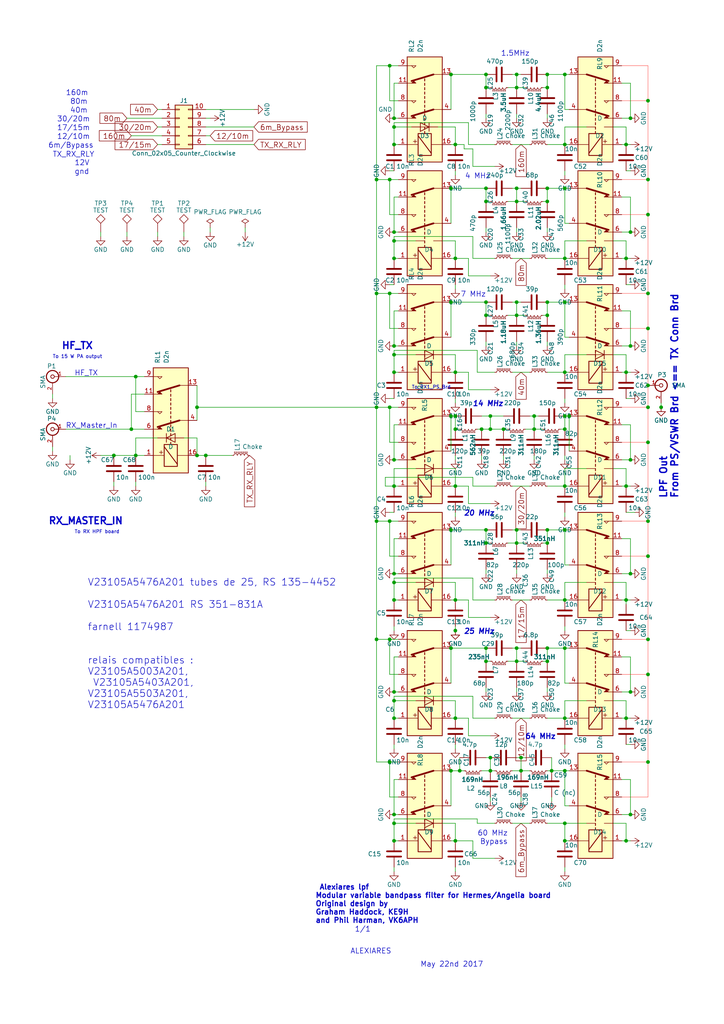
<source format=kicad_sch>
(kicad_sch (version 20250114) (generator "eeschema") (generator_version "9.0")
  (paper "A4" portrait)
  (text "gnd\n" (at 21.59 50.8 0) (effects (font (size 1.524 1.524)) (justify left bottom)))
  (text "25 MHz\n" (at 143.51 184.15 0) (effects (font (size 1.524 1.524) (thickness 0.3048) (bold yes) (italic yes)) (justify right bottom)))
  (text "30/20m" (at 16.51 35.56 0) (effects (font (size 1.524 1.524)) (justify left bottom)))
  (text "TX_RX_RLY\n\n" (at 15.24 48.26 0) (effects (font (size 1.524 1.524)) (justify left bottom)))
  (text "12V" (at 21.59 48.26 0) (effects (font (size 1.524 1.524)) (justify left bottom)))
  (text "ALEXIARES\n" (at 101.6 276.86 0) (effects (font (size 1.524 1.524)) (justify left bottom)))
  (text "160m" (at 19.05 27.94 0) (effects (font (size 1.524 1.524)) (justify left bottom)))
  (text "6m/Bypass" (at 13.97 43.18 0) (effects (font (size 1.524 1.524)) (justify left bottom)))
  (text "1/1" (at 102.87 270.51 0) (effects (font (size 1.524 1.524)) (justify left bottom)))
  (text "14 MHz" (at 146.05 118.11 0) (effects (font (size 1.524 1.524) (thickness 0.3048) (bold yes) (italic yes)) (justify right bottom)))
  (text "4 MHz" (at 142.24 52.07 0) (effects (font (size 1.524 1.524)) (justify right bottom)))
  (text "80m" (at 20.32 30.48 0) (effects (font (size 1.524 1.524)) (justify left bottom)))
  (text "V23105A5476A201 tubes de 25, RS 135-4452\n\nV23105A5476A201 RS 351-831A\n\nfarnell 1174987 \n\n\nrelais compatibles : \nV23105A5003A201,\n V23105A5403A201, \nV23105A5503A201, \nV23105A5476A201 " (at 25.4 205.74 0) (effects (font (size 2.0066 2.0066)) (justify left bottom)))
  (text "To_RX1_PS_Brd \n" (at 119.38 113.03 0) (effects (font (size 0.9906 0.9906)) (justify left bottom)))
  (text "17/15m" (at 16.51 38.1 0) (effects (font (size 1.524 1.524)) (justify left bottom)))
  (text "\n" (at -6.35 91.44 0) (effects (font (size 0.9906 0.9906)) (justify left bottom)))
  (text "To 15 W PA output\n" (at 15.24 104.14 0) (effects (font (size 0.9906 0.9906)) (justify left bottom)))
  (text "1.5MHz" (at 153.67 16.51 0) (effects (font (size 1.524 1.524)) (justify right bottom)))
  (text "RX_Master_In" (at 19.05 124.46 0) (effects (font (size 1.524 1.524)) (justify left bottom)))
  (text "RX_MASTER_IN" (at 13.97 152.4 0) (effects (font (size 2.0066 2.0066) (thickness 0.4013) (bold yes)) (justify left bottom)))
  (text "64 MHz" (at 161.29 214.63 0) (effects (font (size 1.524 1.524) (thickness 0.3048) (bold yes)) (justify right bottom)))
  (text "LPF Out\nFrom PS/VSWR Brd <== TX Conn Brd" (at 196.85 144.78 90) (effects (font (size 2.0066 2.0066) (thickness 0.4013) (bold yes)) (justify left bottom)))
  (text " Alexiares lpf \nModular variable bandpass filter for Hermes/Angelia board\nOriginal design by \nGraham Haddock, KE9H\nand Phil Harman, VK6APH\n" (at 91.44 267.97 0) (effects (font (size 1.4986 1.4986) (thickness 0.2997) (bold yes)) (justify left bottom)))
  (text "May 22nd 2017" (at 121.92 280.67 0) (effects (font (size 1.524 1.524)) (justify left bottom)))
  (text "HF_TX" (at 21.59 109.22 0) (effects (font (size 1.524 1.524)) (justify left bottom)))
  (text "7 MHz" (at 140.97 86.36 0) (effects (font (size 1.524 1.524)) (justify right bottom)))
  (text "20 MHz\n" (at 143.51 149.86 0) (effects (font (size 1.524 1.524) (thickness 0.3048) (bold yes) (italic yes)) (justify right bottom)))
  (text "40m" (at 20.32 33.02 0) (effects (font (size 1.524 1.524)) (justify left bottom)))
  (text "60 MHz\nBypass\n" (at 147.32 245.11 0) (effects (font (size 1.524 1.524)) (justify right bottom)))
  (text "HF_TX" (at 17.78 101.6 0) (effects (font (size 2.0066 2.0066) (thickness 0.4013) (bold yes)) (justify left bottom)))
  (text "12/10m" (at 16.51 40.64 0) (effects (font (size 1.524 1.524)) (justify left bottom)))
  (text "To RX HPF board\n" (at 21.59 154.94 0) (effects (font (size 0.9906 0.9906)) (justify left bottom)))
  (junction (at 140.97 157.48))
  (junction (at 181.61 41.91))
  (junction (at 149.86 153.67))
  (junction (at 113.03 52.07))
  (junction (at 130.81 120.65))
  (junction (at 154.94 124.46))
  (junction (at 187.96 29.21))
  (junction (at 132.08 120.65))
  (junction (at 140.97 91.44))
  (junction (at 160.02 223.52))
  (junction (at 114.3 102.87))
  (junction (at 132.08 74.93))
  (junction (at 142.24 219.71))
  (junction (at 132.08 124.46))
  (junction (at 181.61 173.99))
  (junction (at 182.88 200.66))
  (junction (at 140.97 54.61))
  (junction (at 158.75 87.63))
  (junction (at 158.75 191.77))
  (junction (at 113.03 19.05))
  (junction (at 113.03 118.11))
  (junction (at 114.3 203.2))
  (junction (at 114.3 67.31))
  (junction (at 181.61 140.97))
  (junction (at 158.75 157.48))
  (junction (at 109.22 52.07))
  (junction (at 140.97 21.59))
  (junction (at 142.24 124.46))
  (junction (at 139.7 124.46))
  (junction (at 140.97 87.63))
  (junction (at 163.83 41.91))
  (junction (at 163.83 120.65))
  (junction (at 130.81 54.61))
  (junction (at 151.13 223.52))
  (junction (at 187.96 161.29))
  (junction (at 114.3 173.99))
  (junction (at 163.83 124.46))
  (junction (at 149.86 58.42))
  (junction (at 187.96 62.23))
  (junction (at 163.83 21.59))
  (junction (at 181.61 107.95))
  (junction (at 114.3 166.37))
  (junction (at 57.15 118.11))
  (junction (at 182.88 166.37))
  (junction (at 149.86 54.61))
  (junction (at 114.3 107.95))
  (junction (at 163.83 223.52))
  (junction (at 114.3 36.83))
  (junction (at 39.37 132.08))
  (junction (at 109.22 118.11))
  (junction (at 113.03 85.09))
  (junction (at 132.08 182.88))
  (junction (at 163.83 140.97))
  (junction (at 109.22 85.09))
  (junction (at 149.86 157.48))
  (junction (at 114.3 236.22))
  (junction (at 114.3 200.66))
  (junction (at 163.83 54.61))
  (junction (at 113.03 151.13))
  (junction (at 132.08 107.95))
  (junction (at 149.86 91.44))
  (junction (at 163.83 238.76))
  (junction (at 140.97 153.67))
  (junction (at 158.75 58.42))
  (junction (at 187.96 118.11))
  (junction (at 132.08 208.28))
  (junction (at 158.75 187.96))
  (junction (at 187.96 85.09))
  (junction (at 146.05 124.46))
  (junction (at 158.75 54.61))
  (junction (at 182.88 100.33))
  (junction (at 151.13 219.71))
  (junction (at 187.96 220.98))
  (junction (at 130.81 223.52))
  (junction (at 191.77 118.11))
  (junction (at 187.96 52.07))
  (junction (at 163.83 173.99))
  (junction (at 158.75 91.44))
  (junction (at 114.3 238.76))
  (junction (at 114.3 168.91))
  (junction (at 187.96 111.76))
  (junction (at 163.83 74.93))
  (junction (at 33.02 132.08))
  (junction (at 163.83 87.63))
  (junction (at 182.88 236.22))
  (junction (at 149.86 87.63))
  (junction (at 187.96 128.27))
  (junction (at 154.94 120.65))
  (junction (at 182.88 133.35))
  (junction (at 140.97 58.42))
  (junction (at 149.86 21.59))
  (junction (at 59.69 132.08))
  (junction (at 187.96 95.25))
  (junction (at 181.61 208.28))
  (junction (at 109.22 151.13))
  (junction (at 132.08 140.97))
  (junction (at 158.75 25.4))
  (junction (at 114.3 34.29))
  (junction (at 163.83 243.84))
  (junction (at 114.3 243.84))
  (junction (at 130.81 21.59))
  (junction (at 38.1 124.46))
  (junction (at 142.24 120.65))
  (junction (at 142.24 223.52))
  (junction (at 181.61 243.84))
  (junction (at 182.88 34.29))
  (junction (at 187.96 195.58))
  (junction (at 130.81 87.63))
  (junction (at 109.22 185.42))
  (junction (at 182.88 67.31))
  (junction (at 149.86 187.96))
  (junction (at 187.96 185.42))
  (junction (at 140.97 187.96))
  (junction (at 114.3 133.35))
  (junction (at 57.15 132.08))
  (junction (at 114.3 41.91))
  (junction (at 132.08 41.91))
  (junction (at 163.83 187.96))
  (junction (at 113.03 220.98))
  (junction (at 114.3 74.93))
  (junction (at 130.81 153.67))
  (junction (at 158.75 21.59))
  (junction (at 140.97 25.4))
  (junction (at 149.86 191.77))
  (junction (at 187.96 151.13))
  (junction (at 114.3 208.28))
  (junction (at 181.61 74.93))
  (junction (at 113.03 185.42))
  (junction (at 114.3 140.97))
  (junction (at 130.81 187.96))
  (junction (at 163.83 107.95))
  (junction (at 158.75 153.67))
  (junction (at 140.97 191.77))
  (junction (at 39.37 109.22))
  (junction (at 163.83 208.28))
  (junction (at 149.86 25.4))
  (junction (at 132.08 173.99))
  (junction (at 114.3 100.33))
  (junction (at 133.35 223.52))
  (junction (at 163.83 153.67))
  (junction (at 165.1 120.65))
  (junction (at 132.08 243.84))
  (junction (at 114.3 69.85))
  (wire (pts (xy 132.08 135.89) (xy 132.08 140.97)))
  (wire (pts (xy 128.27 203.2) (xy 132.08 203.2)))
  (wire (pts (xy 113.03 151.13) (xy 113.03 161.29)))
  (wire (pts (xy 139.7 124.46) (xy 142.24 124.46)))
  (wire (pts (xy 140.97 33.02) (xy 140.97 34.29)))
  (wire (pts (xy 109.22 85.09) (xy 113.03 85.09)))
  (wire (pts (xy 147.32 157.48) (xy 149.86 157.48)))
  (wire (pts (xy 158.75 173.99) (xy 163.83 173.99)))
  (wire (pts (xy 158.75 107.95) (xy 163.83 107.95)))
  (wire (pts (xy 163.83 64.77) (xy 165.1 64.77)))
  (wire (pts (xy 29.21 67.31) (xy 29.21 68.58)))
  (wire (pts (xy 158.75 99.06) (xy 158.75 100.33)))
  (wire (pts (xy 114.3 68.58) (xy 114.3 69.85)))
  (wire (pts (xy 187.96 19.05) (xy 180.34 19.05)) (stroke (width 0.0508) (color 255 8 0 1)))
  (wire (pts (xy 114.3 41.91) (xy 115.57 41.91)))
  (wire (pts (xy 36.83 34.29) (xy 46.99 34.29)))
  (wire (pts (xy 158.75 199.39) (xy 158.75 200.66)))
  (wire (pts (xy 147.32 191.77) (xy 149.86 191.77)))
  (wire (pts (xy 163.83 87.63) (xy 165.1 87.63)))
  (wire (pts (xy 182.88 226.06) (xy 182.88 236.22)))
  (wire (pts (xy 180.34 208.28) (xy 181.61 208.28)))
  (wire (pts (xy 180.34 74.93) (xy 181.61 74.93)))
  (wire (pts (xy 140.97 25.4) (xy 140.97 21.59)))
  (wire (pts (xy 60.96 39.37) (xy 59.69 39.37)))
  (wire (pts (xy 163.83 31.75) (xy 165.1 31.75)))
  (wire (pts (xy 163.83 238.76) (xy 170.18 238.76)))
  (wire (pts (xy 187.96 85.09) (xy 180.34 85.09)) (stroke (width 0.0508) (color 255 8 0 1)))
  (wire (pts (xy 45.72 36.83) (xy 46.99 36.83)))
  (wire (pts (xy 120.65 135.89) (xy 114.3 135.89)))
  (wire (pts (xy 180.34 57.15) (xy 182.88 57.15)))
  (wire (pts (xy 135.89 74.93) (xy 135.89 80.01)))
  (wire (pts (xy 158.75 25.4) (xy 157.48 25.4)))
  (wire (pts (xy 137.16 43.18) (xy 134.62 43.18)))
  (wire (pts (xy 187.96 85.09) (xy 187.96 95.25)) (stroke (width 0.0508) (color 255 8 0 1)))
  (wire (pts (xy 114.3 57.15) (xy 114.3 67.31)))
  (wire (pts (xy 163.83 21.59) (xy 163.83 31.75)))
  (wire (pts (xy 181.61 115.57) (xy 182.88 115.57)))
  (wire (pts (xy 114.3 107.95) (xy 115.57 107.95)))
  (wire (pts (xy 149.86 219.71) (xy 151.13 219.71)))
  (wire (pts (xy 182.88 57.15) (xy 182.88 67.31)))
  (wire (pts (xy 158.75 153.67) (xy 163.83 153.67)))
  (wire (pts (xy 149.86 87.63) (xy 151.13 87.63)))
  (wire (pts (xy 158.75 66.04) (xy 158.75 67.31)))
  (wire (pts (xy 134.62 41.91) (xy 134.62 43.18)))
  (wire (pts (xy 149.86 191.77) (xy 149.86 187.96)))
  (wire (pts (xy 151.13 231.14) (xy 151.13 232.41)))
  (wire (pts (xy 115.57 190.5) (xy 114.3 190.5)))
  (wire (pts (xy 191.77 116.84) (xy 191.77 118.11)))
  (wire (pts (xy 163.83 243.84) (xy 165.1 243.84)))
  (wire (pts (xy 114.3 236.22) (xy 115.57 236.22)))
  (wire (pts (xy 187.96 195.58) (xy 187.96 220.98)) (stroke (width 0.0508) (color 255 8 0 1)))
  (wire (pts (xy 137.16 138.43) (xy 111.76 138.43)))
  (wire (pts (xy 73.66 31.75) (xy 59.69 31.75)))
  (wire (pts (xy 132.08 149.86) (xy 132.08 148.59)))
  (wire (pts (xy 187.96 19.05) (xy 187.96 29.21)) (stroke (width 0.0508) (color 255 8 0 1)))
  (wire (pts (xy 140.97 157.48) (xy 140.97 153.67)))
  (wire (pts (xy 109.22 52.07) (xy 109.22 85.09)))
  (wire (pts (xy 132.08 243.84) (xy 137.16 243.84)))
  (wire (pts (xy 140.97 87.63) (xy 130.81 87.63)))
  (wire (pts (xy 128.27 102.87) (xy 132.08 102.87)))
  (wire (pts (xy 148.59 54.61) (xy 149.86 54.61)))
  (wire (pts (xy 148.59 208.28) (xy 153.67 208.28)))
  (wire (pts (xy 142.24 219.71) (xy 140.97 219.71)))
  (wire (pts (xy 114.3 24.13) (xy 114.3 34.29)))
  (wire (pts (xy 114.3 36.83) (xy 114.3 41.91)))
  (wire (pts (xy 46.99 39.37) (xy 38.1 39.37)))
  (wire (pts (xy 158.75 54.61) (xy 158.75 58.42)))
  (wire (pts (xy 111.76 138.43) (xy 111.76 140.97)))
  (wire (pts (xy 113.03 19.05) (xy 115.57 19.05)))
  (wire (pts (xy 180.34 62.23) (xy 187.96 62.23)) (stroke (width 0.0508) (color 255 8 0 1)))
  (wire (pts (xy 158.75 54.61) (xy 163.83 54.61)))
  (wire (pts (xy 163.83 187.96) (xy 165.1 187.96)))
  (wire (pts (xy 187.96 118.11) (xy 187.96 128.27)) (stroke (width 0.0508) (color 255 8 0 1)))
  (wire (pts (xy 114.3 35.56) (xy 114.3 36.83)))
  (wire (pts (xy 109.22 220.98) (xy 113.03 220.98)))
  (wire (pts (xy 137.16 173.99) (xy 137.16 167.64)))
  (wire (pts (xy 114.3 173.99) (xy 115.57 173.99)))
  (wire (pts (xy 163.83 203.2) (xy 163.83 208.28)))
  (wire (pts (xy 181.61 41.91) (xy 182.88 41.91)))
  (wire (pts (xy 170.18 203.2) (xy 163.83 203.2)))
  (wire (pts (xy 135.89 179.07) (xy 142.24 179.07)))
  (wire (pts (xy 142.24 25.4) (xy 140.97 25.4)))
  (wire (pts (xy 158.75 33.02) (xy 158.75 34.29)))
  (wire (pts (xy 151.13 223.52) (xy 151.13 219.71)))
  (wire (pts (xy 163.83 21.59) (xy 165.1 21.59)))
  (wire (pts (xy 182.88 34.29) (xy 180.34 34.29)))
  (wire (pts (xy 163.83 74.93) (xy 165.1 74.93)))
  (wire (pts (xy 137.16 74.93) (xy 143.51 74.93)))
  (wire (pts (xy 45.72 31.75) (xy 46.99 31.75)))
  (wire (pts (xy 140.97 187.96) (xy 130.81 187.96)))
  (wire (pts (xy 181.61 140.97) (xy 182.88 140.97)))
  (wire (pts (xy 140.97 153.67) (xy 130.81 153.67)))
  (wire (pts (xy 180.34 24.13) (xy 182.88 24.13)))
  (wire (pts (xy 163.83 187.96) (xy 163.83 198.12)))
  (wire (pts (xy 132.08 181.61) (xy 132.08 182.88)))
  (wire (pts (xy 149.86 58.42) (xy 149.86 54.61)))
  (wire (pts (xy 45.72 41.91) (xy 46.99 41.91)))
  (wire (pts (xy 114.3 156.21) (xy 114.3 166.37)))
  (wire (pts (xy 142.24 58.42) (xy 140.97 58.42)))
  (wire (pts (xy 187.96 118.11) (xy 180.34 118.11)) (stroke (width 0.0508) (color 255 8 0 1)))
  (wire (pts (xy 113.03 195.58) (xy 115.57 195.58)))
  (wire (pts (xy 135.89 173.99) (xy 135.89 179.07)))
  (wire (pts (xy 163.83 102.87) (xy 163.83 107.95)))
  (wire (pts (xy 154.94 132.08) (xy 154.94 133.35)))
  (wire (pts (xy 130.81 54.61) (xy 130.81 64.77)))
  (wire (pts (xy 53.34 67.31) (xy 53.34 68.58)))
  (wire (pts (xy 181.61 135.89) (xy 181.61 140.97)))
  (wire (pts (xy 128.27 238.76) (xy 132.08 238.76)))
  (wire (pts (xy 114.3 148.59) (xy 113.03 148.59)))
  (wire (pts (xy 39.37 109.22) (xy 41.91 109.22)))
  (wire (pts (xy 163.83 120.65) (xy 165.1 120.65)))
  (wire (pts (xy 140.97 21.59) (xy 130.81 21.59)))
  (wire (pts (xy 182.88 123.19) (xy 182.88 133.35)))
  (wire (pts (xy 15.24 114.3) (xy 15.24 115.57)))
  (wire (pts (xy 115.57 24.13) (xy 114.3 24.13)))
  (wire (pts (xy 142.24 124.46) (xy 146.05 124.46)))
  (wire (pts (xy 113.03 52.07) (xy 113.03 62.23)))
  (wire (pts (xy 182.88 166.37) (xy 180.34 166.37)))
  (wire (pts (xy 130.81 87.63) (xy 130.81 97.79)))
  (wire (pts (xy 143.51 107.95) (xy 138.43 107.95)))
  (wire (pts (xy 149.86 58.42) (xy 152.4 58.42)))
  (wire (pts (xy 113.03 85.09) (xy 113.03 95.25)))
  (wire (pts (xy 114.3 181.61) (xy 114.3 182.88)))
  (wire (pts (xy 114.3 90.17) (xy 114.3 100.33)))
  (wire (pts (xy 114.3 243.84) (xy 115.57 243.84)))
  (wire (pts (xy 142.24 191.77) (xy 140.97 191.77)))
  (wire (pts (xy 120.65 238.76) (xy 114.3 238.76)))
  (wire (pts (xy 163.83 49.53) (xy 163.83 50.8)))
  (wire (pts (xy 170.18 69.85) (xy 163.83 69.85)))
  (wire (pts (xy 38.1 124.46) (xy 41.91 124.46)))
  (wire (pts (xy 158.75 21.59) (xy 163.83 21.59)))
  (wire (pts (xy 181.61 208.28) (xy 182.88 208.28)))
  (wire (pts (xy 71.12 66.04) (xy 71.12 67.31)))
  (wire (pts (xy 181.61 203.2) (xy 181.61 208.28)))
  (wire (pts (xy 163.83 69.85) (xy 163.83 74.93)))
  (wire (pts (xy 149.86 21.59) (xy 151.13 21.59)))
  (wire (pts (xy 149.86 153.67) (xy 151.13 153.67)))
  (wire (pts (xy 163.83 181.61) (xy 163.83 182.88)))
  (wire (pts (xy 158.75 58.42) (xy 157.48 58.42)))
  (wire (pts (xy 109.22 185.42) (xy 113.03 185.42)))
  (wire (pts (xy 149.86 33.02) (xy 149.86 34.29)))
  (wire (pts (xy 41.91 119.38) (xy 39.37 119.38)))
  (wire (pts (xy 143.51 238.76) (xy 138.43 238.76)))
  (wire (pts (xy 182.88 200.66) (xy 180.34 200.66)))
  (wire (pts (xy 177.8 203.2) (xy 181.61 203.2)))
  (wire (pts (xy 132.08 124.46) (xy 133.35 124.46)))
  (wire (pts (xy 19.05 124.46) (xy 38.1 124.46)))
  (wire (pts (xy 59.69 132.08) (xy 67.31 132.08)))
  (wire (pts (xy 181.61 168.91) (xy 181.61 173.99)))
  (wire (pts (xy 128.27 135.89) (xy 132.08 135.89)))
  (wire (pts (xy 114.3 133.35) (xy 115.57 133.35)))
  (wire (pts (xy 114.3 69.85) (xy 114.3 74.93)))
  (wire (pts (xy 19.05 109.22) (xy 39.37 109.22)))
  (wire (pts (xy 149.86 25.4) (xy 152.4 25.4)))
  (wire (pts (xy 113.03 52.07) (xy 115.57 52.07)))
  (wire (pts (xy 132.08 251.46) (xy 132.08 252.73)))
  (wire (pts (xy 109.22 151.13) (xy 113.03 151.13)))
  (wire (pts (xy 187.96 95.25) (xy 187.96 111.76)) (stroke (width 0.0508) (color 255 8 0 1)))
  (wire (pts (xy 163.83 208.28) (xy 165.1 208.28)))
  (wire (pts (xy 163.83 36.83) (xy 163.83 41.91)))
  (wire (pts (xy 180.34 41.91) (xy 181.61 41.91)))
  (wire (pts (xy 148.59 74.93) (xy 153.67 74.93)))
  (wire (pts (xy 130.81 208.28) (xy 132.08 208.28)))
  (wire (pts (xy 148.59 223.52) (xy 151.13 223.52)))
  (wire (pts (xy 135.89 80.01) (xy 142.24 80.01)))
  (wire (pts (xy 182.88 100.33) (xy 180.34 100.33)))
  (wire (pts (xy 132.08 215.9) (xy 132.08 217.17)))
  (wire (pts (xy 113.03 220.98) (xy 115.57 220.98)))
  (wire (pts (xy 163.83 140.97) (xy 165.1 140.97)))
  (wire (pts (xy 113.03 118.11) (xy 113.03 128.27)))
  (wire (pts (xy 133.35 223.52) (xy 133.35 219.71)))
  (wire (pts (xy 163.83 251.46) (xy 163.83 252.73)))
  (wire (pts (xy 132.08 168.91) (xy 132.08 173.99)))
  (wire (pts (xy 60.96 34.29) (xy 59.69 34.29)))
  (wire (pts (xy 148.59 238.76) (xy 153.67 238.76)))
  (wire (pts (xy 138.43 124.46) (xy 139.7 124.46)))
  (wire (pts (xy 163.83 233.68) (xy 165.1 233.68)))
  (wire (pts (xy 187.96 231.14) (xy 187.96 220.98)) (stroke (width 0.0508) (color 255 8 0 1)))
  (wire (pts (xy 181.61 49.53) (xy 182.88 49.53)))
  (wire (pts (xy 132.08 132.08) (xy 132.08 133.35)))
  (wire (pts (xy 160.02 223.52) (xy 163.83 223.52)))
  (wire (pts (xy 137.16 167.64) (xy 114.3 167.64)))
  (wire (pts (xy 149.86 199.39) (xy 149.86 200.66)))
  (wire (pts (xy 109.22 118.11) (xy 113.03 118.11)))
  (wire (pts (xy 137.16 208.28) (xy 143.51 208.28)))
  (wire (pts (xy 137.16 208.28) (xy 137.16 201.93)))
  (wire (pts (xy 132.08 49.53) (xy 132.08 50.8)))
  (wire (pts (xy 181.61 238.76) (xy 181.61 243.84)))
  (wire (pts (xy 57.15 111.76) (xy 57.15 118.11)))
  (wire (pts (xy 132.08 36.83) (xy 132.08 41.91)))
  (wire (pts (xy 148.59 87.63) (xy 149.86 87.63)))
  (wire (pts (xy 180.34 226.06) (xy 182.88 226.06)))
  (wire (pts (xy 128.27 69.85) (xy 132.08 69.85)))
  (wire (pts (xy 109.22 52.07) (xy 113.03 52.07)))
  (wire (pts (xy 109.22 151.13) (xy 109.22 185.42)))
  (wire (pts (xy 147.32 25.4) (xy 149.86 25.4)))
  (wire (pts (xy 158.75 41.91) (xy 163.83 41.91)))
  (wire (pts (xy 148.59 153.67) (xy 149.86 153.67)))
  (wire (pts (xy 114.3 251.46) (xy 114.3 252.73)))
  (wire (pts (xy 60.96 66.04) (xy 60.96 67.31)))
  (wire (pts (xy 109.22 118.11) (xy 57.15 118.11)))
  (wire (pts (xy 158.75 87.63) (xy 163.83 87.63)))
  (wire (pts (xy 115.57 123.19) (xy 114.3 123.19)))
  (wire (pts (xy 142.24 124.46) (xy 142.24 120.65)))
  (wire (pts (xy 139.7 120.65) (xy 142.24 120.65)))
  (wire (pts (xy 120.65 168.91) (xy 114.3 168.91)))
  (wire (pts (xy 187.96 128.27) (xy 187.96 151.13)) (stroke (width 0.0508) (color 255 8 0 1)))
  (wire (pts (xy 115.57 90.17) (xy 114.3 90.17)))
  (wire (pts (xy 135.89 208.28) (xy 135.89 213.36)))
  (wire (pts (xy 132.08 203.2) (xy 132.08 208.28)))
  (wire (pts (xy 163.83 124.46) (xy 162.56 124.46)))
  (wire (pts (xy 137.16 140.97) (xy 143.51 140.97)))
  (wire (pts (xy 135.89 107.95) (xy 135.89 113.03)))
  (wire (pts (xy 187.96 52.07) (xy 180.34 52.07)) (stroke (width 0.0508) (color 255 8 0 1)))
  (wire (pts (xy 187.96 62.23) (xy 187.96 85.09)) (stroke (width 0.0508) (color 255 8 0 1)))
  (wire (pts (xy 113.03 220.98) (xy 113.03 231.14)))
  (wire (pts (xy 163.83 223.52) (xy 163.83 233.68)))
  (wire (pts (xy 114.3 203.2) (xy 114.3 208.28)))
  (wire (pts (xy 149.86 54.61) (xy 151.13 54.61)))
  (wire (pts (xy 132.08 82.55) (xy 132.08 83.82)))
  (wire (pts (xy 154.94 124.46) (xy 154.94 120.65)))
  (wire (pts (xy 29.21 132.08) (xy 33.02 132.08)))
  (wire (pts (xy 132.08 69.85) (xy 132.08 74.93)))
  (wire (pts (xy 114.3 49.53) (xy 113.03 49.53)))
  (wire (pts (xy 153.67 120.65) (xy 154.94 120.65)))
  (wire (pts (xy 158.75 208.28) (xy 163.83 208.28)))
  (wire (pts (xy 140.97 58.42) (xy 140.97 54.61)))
  (wire (pts (xy 115.57 156.21) (xy 114.3 156.21)))
  (wire (pts (xy 181.61 215.9) (xy 182.88 215.9)))
  (wire (pts (xy 130.81 41.91) (xy 132.08 41.91)))
  (wire (pts (xy 182.88 90.17) (xy 182.88 100.33)))
  (wire (pts (xy 113.03 95.25) (xy 115.57 95.25)))
  (wire (pts (xy 134.62 223.52) (xy 133.35 223.52)))
  (wire (pts (xy 113.03 62.23) (xy 115.57 62.23)))
  (wire (pts (xy 130.81 153.67) (xy 130.81 163.83)))
  (wire (pts (xy 130.81 140.97) (xy 132.08 140.97)))
  (wire (pts (xy 114.3 102.87) (xy 114.3 107.95)))
  (wire (pts (xy 114.3 215.9) (xy 114.3 217.17)))
  (wire (pts (xy 148.59 173.99) (xy 153.67 173.99)))
  (wire (pts (xy 177.8 135.89) (xy 181.61 135.89)))
  (wire (pts (xy 114.3 74.93) (xy 115.57 74.93)))
  (wire (pts (xy 163.83 120.65) (xy 163.83 124.46)))
  (wire (pts (xy 163.83 223.52) (xy 165.1 223.52)))
  (wire (pts (xy 113.03 231.14) (xy 115.57 231.14)))
  (wire (pts (xy 181.61 173.99) (xy 181.61 175.26)))
  (wire (pts (xy 135.89 35.56) (xy 114.3 35.56)))
  (wire (pts (xy 139.7 132.08) (xy 139.7 133.35)))
  (wire (pts (xy 163.83 148.59) (xy 163.83 149.86)))
  (wire (pts (xy 154.94 120.65) (xy 156.21 120.65)))
  (wire (pts (xy 39.37 140.97) (xy 39.37 139.7)))
  (wire (pts (xy 45.72 127) (xy 39.37 127)))
  (wire (pts (xy 158.75 87.63) (xy 158.75 91.44)))
  (wire (pts (xy 177.8 36.83) (xy 181.61 36.83)))
  (wire (pts (xy 154.94 124.46) (xy 157.48 124.46)))
  (wire (pts (xy 113.03 85.09) (xy 115.57 85.09)))
  (wire (pts (xy 114.3 201.93) (xy 114.3 203.2)))
  (wire (pts (xy 158.75 74.93) (xy 163.83 74.93)))
  (wire (pts (xy 53.34 127) (xy 57.15 127)))
  (wire (pts (xy 114.3 167.64) (xy 114.3 168.91)))
  (wire (pts (xy 177.8 102.87) (xy 181.61 102.87)))
  (wire (pts (xy 149.86 191.77) (xy 152.4 191.77)))
  (wire (pts (xy 115.57 226.06) (xy 114.3 226.06)))
  (wire (pts (xy 170.18 168.91) (xy 163.83 168.91)))
  (wire (pts (xy 39.37 119.38) (xy 39.37 109.22)))
  (wire (pts (xy 119.38 36.83) (xy 114.3 36.83)))
  (wire (pts (xy 33.02 132.08) (xy 39.37 132.08)))
  (wire (pts (xy 158.75 21.59) (xy 158.75 25.4)))
  (wire (pts (xy 140.97 54.61) (xy 130.81 54.61)))
  (wire (pts (xy 187.96 151.13) (xy 187.96 161.29)) (stroke (width 0.0508) (color 255 8 0 1)))
  (wire (pts (xy 135.89 140.97) (xy 135.89 146.05)))
  (wire (pts (xy 180.34 123.19) (xy 182.88 123.19)))
  (wire (pts (xy 163.83 115.57) (xy 163.83 116.84)))
  (wire (pts (xy 57.15 127) (xy 57.15 132.08)))
  (wire (pts (xy 57.15 118.11) (xy 57.15 121.92)))
  (wire (pts (xy 132.08 173.99) (xy 135.89 173.99)))
  (wire (pts (xy 149.86 187.96) (xy 151.13 187.96)))
  (wire (pts (xy 111.76 140.97) (xy 114.3 140.97)))
  (wire (pts (xy 132.08 120.65) (xy 132.08 124.46)))
  (wire (pts (xy 187.96 220.98) (xy 180.34 220.98)) (stroke (width 0.0508) (color 255 8 0 1)))
  (wire (pts (xy 180.34 195.58) (xy 187.96 195.58)) (stroke (width 0.0508) (color 255 8 0 1)))
  (wire (pts (xy 163.83 97.79) (xy 165.1 97.79)))
  (wire (pts (xy 128.27 168.91) (xy 132.08 168.91)))
  (wire (pts (xy 114.3 115.57) (xy 113.03 115.57)))
  (wire (pts (xy 181.61 173.99) (xy 182.88 173.99)))
  (wire (pts (xy 114.3 238.76) (xy 114.3 243.84)))
  (wire (pts (xy 113.03 185.42) (xy 113.03 195.58)))
  (wire (pts (xy 158.75 187.96) (xy 163.83 187.96)))
  (wire (pts (xy 132.08 115.57) (xy 132.08 116.84)))
  (wire (pts (xy 109.22 85.09) (xy 109.22 118.11)))
  (wire (pts (xy 177.8 69.85) (xy 181.61 69.85)))
  (wire (pts (xy 187.96 111.76) (xy 187.96 118.11)) (stroke (width 0.0508) (color 255 8 0 1)))
  (wire (pts (xy 114.3 190.5) (xy 114.3 200.66)))
  (wire (pts (xy 130.81 243.84) (xy 132.08 243.84)))
  (wire (pts (xy 137.16 243.84) (xy 137.16 248.92)))
  (wire (pts (xy 114.3 208.28) (xy 115.57 208.28)))
  (wire (pts (xy 163.83 163.83) (xy 165.1 163.83)))
  (wire (pts (xy 137.16 48.26) (xy 137.16 43.18)))
  (wire (pts (xy 148.59 187.96) (xy 149.86 187.96)))
  (wire (pts (xy 148.59 21.59) (xy 149.86 21.59)))
  (wire (pts (xy 181.61 82.55) (xy 182.88 82.55)))
  (wire (pts (xy 151.13 223.52) (xy 153.67 223.52)))
  (wire (pts (xy 163.83 82.55) (xy 163.83 83.82)))
  (wire (pts (xy 130.81 173.99) (xy 132.08 173.99)))
  (wire (pts (xy 181.61 69.85) (xy 181.61 74.93)))
  (wire (pts (xy 73.66 41.91) (xy 59.69 41.91)))
  (wire (pts (xy 140.97 191.77) (xy 140.97 187.96)))
  (wire (pts (xy 182.88 67.31) (xy 180.34 67.31)))
  (wire (pts (xy 181.61 148.59) (xy 184.15 148.59)))
  (wire (pts (xy 181.61 107.95) (xy 182.88 107.95)))
  (wire (pts (xy 160.02 231.14) (xy 160.02 232.41)))
  (wire (pts (xy 114.3 34.29) (xy 115.57 34.29)))
  (wire (pts (xy 113.03 185.42) (xy 115.57 185.42)))
  (wire (pts (xy 59.69 140.97) (xy 59.69 139.7)))
  (wire (pts (xy 120.65 102.87) (xy 114.3 102.87)))
  (wire (pts (xy 109.22 19.05) (xy 109.22 52.07)))
  (wire (pts (xy 163.83 54.61) (xy 163.83 64.77)))
  (wire (pts (xy 130.81 107.95) (xy 132.08 107.95)))
  (wire (pts (xy 158.75 238.76) (xy 163.83 238.76)))
  (wire (pts (xy 148.59 107.95) (xy 153.67 107.95)))
  (wire (pts (xy 149.86 157.48) (xy 149.86 153.67)))
  (wire (pts (xy 142.24 157.48) (xy 140.97 157.48)))
  (wire (pts (xy 151.13 219.71) (xy 152.4 219.71)))
  (wire (pts (xy 132.08 41.91) (xy 134.62 41.91)))
  (wire (pts (xy 113.03 128.27) (xy 115.57 128.27)))
  (wire (pts (xy 113.03 161.29) (xy 115.57 161.29)))
  (wire (pts (xy 180.34 29.21) (xy 187.96 29.21)) (stroke (width 0.0508) (color 255 8 0 1)))
  (wire (pts (xy 15.24 129.54) (xy 15.24 130.81)))
  (wire (pts (xy 140.97 199.39) (xy 140.97 200.66)))
  (wire (pts (xy 137.16 140.97) (xy 137.16 138.43)))
  (wire (pts (xy 138.43 238.76) (xy 138.43 237.49)))
  (wire (pts (xy 127 36.83) (xy 132.08 36.83)))
  (wire (pts (xy 39.37 127) (xy 39.37 132.08)))
  (wire (pts (xy 109.22 19.05) (xy 113.03 19.05)))
  (wire (pts (xy 158.75 191.77) (xy 157.48 191.77)))
  (wire (pts (xy 158.75 140.97) (xy 163.83 140.97)))
  (wire (pts (xy 147.32 58.42) (xy 149.86 58.42)))
  (wire (pts (xy 137.16 68.58) (xy 114.3 68.58)))
  (wire (pts (xy 114.3 226.06) (xy 114.3 236.22)))
  (wire (pts (xy 132.08 238.76) (xy 132.08 243.84)))
  (wire (pts (xy 132.08 74.93) (xy 135.89 74.93)))
  (wire (pts (xy 177.8 238.76) (xy 181.61 238.76)))
  (wire (pts (xy 130.81 120.65) (xy 130.81 130.81)))
  (wire (pts (xy 180.34 156.21) (xy 182.88 156.21)))
  (wire (pts (xy 180.34 231.14) (xy 187.96 231.14)) (stroke (width 0.0508) (color 255 8 0 1)))
  (wire (pts (xy 187.96 29.21) (xy 187.96 52.07)) (stroke (width 0.0508) (color 255 8 0 1)))
  (wire (pts (xy 114.3 168.91) (xy 114.3 173.99)))
  (wire (pts (xy 120.65 203.2) (xy 114.3 203.2)))
  (wire (pts (xy 140.97 91.44) (xy 140.97 87.63)))
  (wire (pts (xy 36.83 67.31) (xy 36.83 68.58)))
  (wire (pts (xy 180.34 140.97) (xy 181.61 140.97)))
  (wire (pts (xy 113.03 118.11) (xy 115.57 118.11)))
  (wire (pts (xy 163.83 54.61) (xy 165.1 54.61)))
  (wire (pts (xy 158.75 187.96) (xy 158.75 191.77)))
  (wire (pts (xy 137.16 248.92) (xy 143.51 248.92)))
  (wire (pts (xy 149.86 157.48) (xy 152.4 157.48)))
  (wire (pts (xy 182.88 182.88) (xy 181.61 182.88)))
  (wire (pts (xy 33.02 140.97) (xy 33.02 139.7)))
  (wire (pts (xy 182.88 236.22) (xy 180.34 236.22)))
  (wire (pts (xy 147.32 91.44) (xy 149.86 91.44)))
  (wire (pts (xy 113.03 19.05) (xy 113.03 29.21)))
  (wire (pts (xy 182.88 156.21) (xy 182.88 166.37)))
  (wire (pts (xy 163.83 107.95) (xy 165.1 107.95)))
  (wire (pts (xy 163.83 153.67) (xy 163.83 163.83)))
  (wire (pts (xy 187.96 52.07) (xy 187.96 62.23)) (stroke (width 0.0508) (color 255 8 0 1)))
  (wire (pts (xy 182.88 24.13) (xy 182.88 34.29)))
  (wire (pts (xy 163.83 238.76) (xy 163.83 243.84)))
  (wire (pts (xy 135.89 146.05) (xy 142.24 146.05)))
  (wire (pts (xy 115.57 57.15) (xy 114.3 57.15)))
  (wire (pts (xy 138.43 107.95) (xy 138.43 101.6)))
  (wire (pts (xy 163.83 135.89) (xy 163.83 140.97)))
  (wire (pts (xy 187.96 185.42) (xy 187.96 195.58)) (stroke (width 0.0508) (color 255 8 0 1)))
  (wire (pts (xy 142.24 223.52) (xy 143.51 223.52)))
  (wire (pts (xy 182.88 190.5) (xy 182.88 200.66)))
  (wire (pts (xy 57.15 132.08) (xy 59.69 132.08)))
  (wire (pts (xy 163.83 198.12) (xy 165.1 198.12)))
  (wire (pts (xy 114.3 123.19) (xy 114.3 133.35)))
  (wire (pts (xy 114.3 82.55) (xy 113.03 82.55)))
  (wire (pts (xy 163.83 215.9) (xy 163.83 217.17)))
  (wire (pts (xy 170.18 135.89) (xy 163.83 135.89)))
  (wire (pts (xy 114.3 140.97) (xy 115.57 140.97)))
  (wire (pts (xy 163.83 87.63) (xy 163.83 97.79)))
  (wire (pts (xy 170.18 102.87) (xy 163.83 102.87)))
  (wire (pts (xy 114.3 67.31) (xy 115.57 67.31)))
  (wire (pts (xy 130.81 74.93) (xy 132.08 74.93)))
  (wire (pts (xy 39.37 132.08) (xy 41.91 132.08)))
  (wire (pts (xy 149.86 91.44) (xy 152.4 91.44)))
  (wire (pts (xy 149.86 25.4) (xy 149.86 21.59)))
  (wire (pts (xy 180.34 107.95) (xy 181.61 107.95)))
  (wire (pts (xy 181.61 74.93) (xy 182.88 74.93)))
  (wire (pts (xy 130.81 187.96) (xy 130.81 198.12)))
  (wire (pts (xy 140.97 66.04) (xy 140.97 67.31)))
  (wire (pts (xy 109.22 118.11) (xy 109.22 151.13)))
  (wire (pts (xy 133.35 223.52) (xy 130.81 223.52)))
  (wire (pts (xy 140.97 165.1) (xy 140.97 166.37)))
  (wire (pts (xy 177.8 168.91) (xy 181.61 168.91)))
  (wire (pts (xy 142.24 91.44) (xy 140.97 91.44)))
  (wire (pts (xy 152.4 124.46) (xy 154.94 124.46)))
  (wire (pts (xy 137.16 48.26) (xy 143.51 48.26)))
  (wire (pts (xy 180.34 95.25) (xy 187.96 95.25)) (stroke (width 0.0508) (color 255 8 0 1)))
  (wire (pts (xy 163.83 173.99) (xy 165.1 173.99)))
  (wire (pts (xy 163.83 41.91) (xy 165.1 41.91)))
  (wire (pts (xy 45.72 67.31) (xy 45.72 68.58)))
  (wire (pts (xy 181.61 36.83) (xy 181.61 41.91)))
  (wire (pts (xy 146.05 132.08) (xy 146.05 133.35)))
  (wire (pts (xy 158.75 91.44) (xy 157.48 91.44)))
  (wire (pts (xy 149.86 165.1) (xy 149.86 166.37)))
  (wire (pts (xy 135.89 35.56) (xy 135.89 41.91)))
  (wire (pts (xy 137.16 201.93) (xy 114.3 201.93)))
  (wire (pts (xy 132.08 107.95) (xy 135.89 107.95)))
  (wire (pts (xy 158.75 165.1) (xy 158.75 166.37)))
  (wire (pts (xy 132.08 102.87) (xy 132.08 107.95)))
  (wire (pts (xy 158.75 157.48) (xy 157.48 157.48)))
  (wire (pts (xy 180.34 173.99) (xy 181.61 173.99)))
  (wire (pts (xy 180.34 161.29) (xy 187.96 161.29)) (stroke (width 0.0508) (color 255 8 0 1)))
  (wire (pts (xy 146.05 124.46) (xy 147.32 124.46)))
  (wire (pts (xy 148.59 140.97) (xy 153.67 140.97)))
  (wire (pts (xy 135.89 41.91) (xy 143.51 41.91)))
  (wire (pts (xy 41.91 114.3) (xy 38.1 114.3)))
  (wire (pts (xy 114.3 135.89) (xy 114.3 140.97)))
  (wire (pts (xy 135.89 213.36) (xy 142.24 213.36)))
  (wire (pts (xy 109.22 185.42) (xy 109.22 220.98)))
  (wire (pts (xy 73.66 36.83) (xy 59.69 36.83)))
  (wire (pts (xy 165.1 120.65) (xy 165.1 130.81)))
  (wire (pts (xy 139.7 223.52) (xy 142.24 223.52)))
  (wire (pts (xy 163.83 153.67) (xy 165.1 153.67)))
  (wire (pts (xy 38.1 114.3) (xy 38.1 124.46)))
  (wire (pts (xy 187.96 185.42) (xy 180.34 185.42)) (stroke (width 0.0508) (color 255 8 0 1)))
  (wire (pts (xy 114.3 237.49) (xy 114.3 238.76)))
  (wire (pts (xy 120.65 69.85) (xy 114.3 69.85)))
  (wire (pts (xy 163.83 168.91) (xy 163.83 173.99)))
  (wire (pts (xy 142.24 120.65) (xy 146.05 120.65)))
  (wire (pts (xy 137.16 74.93) (xy 137.16 68.58)))
  (wire (pts (xy 114.3 166.37) (xy 115.57 166.37)))
  (wire (pts (xy 142.24 223.52) (xy 142.24 219.71)))
  (wire (pts (xy 135.89 113.03) (xy 142.24 113.03)))
  (wire (pts (xy 180.34 128.27) (xy 187.96 128.27)) (stroke (width 0.0508) (color 255 8 0 1)))
  (wire (pts (xy 180.34 90.17) (xy 182.88 90.17)))
  (wire (pts (xy 180.34 190.5) (xy 182.88 190.5)))
  (wire (pts (xy 132.08 208.28) (xy 135.89 208.28)))
  (wire (pts (xy 114.3 100.33) (xy 115.57 100.33)))
  (wire (pts (xy 142.24 231.14) (xy 142.24 232.41)))
  (wire (pts (xy 187.96 151.13) (xy 180.34 151.13)) (stroke (width 0.0508) (color 255 8 0 1)))
  (wire (pts (xy 149.86 91.44) (xy 149.86 87.63)))
  (wire (pts (xy 160.02 223.52) (xy 158.75 223.52)))
  (wire (pts (xy 148.59 41.91) (xy 153.67 41.91)))
  (wire (pts (xy 149.86 66.04) (xy 149.86 67.31)))
  (wire (pts (xy 140.97 99.06) (xy 140.97 100.33)))
  (wire (pts (xy 113.03 29.21) (xy 115.57 29.21)))
  (wire (pts (xy 130.81 223.52) (xy 130.81 233.68)))
  (wire (pts (xy 160.02 219.71) (xy 160.02 223.52)))
  (wire (pts (xy 137.16 173.99) (xy 143.51 173.99)))
  (wire (pts (xy 20.32 132.08) (xy 20.32 133.35)))
  (wire (pts (xy 163.83 132.08) (xy 163.83 133.35)))
  (wire (pts (xy 187.96 161.29) (xy 187.96 185.42)) (stroke (width 0.0508) (color 255 8 0 1)))
  (wire (pts (xy 182.88 133.35) (xy 180.34 133.35)))
  (wire (pts (xy 138.43 237.49) (xy 114.3 237.49)))
  (wire (pts (xy 180.34 243.84) (xy 181.61 243.84)))
  (wire (pts (xy 181.61 102.87) (xy 181.61 107.95)))
  (wire (pts (xy 113.03 151.13) (xy 115.57 151.13)))
  (wire (pts (xy 130.81 120.65) (xy 132.08 120.65)))
  (wire (pts (xy 158.75 153.67) (xy 158.75 157.48)))
  (wire (pts (xy 132.08 140.97) (xy 135.89 140.97)))
  (wire (pts (xy 114.3 101.6) (xy 114.3 102.87)))
  (wire (pts (xy 170.18 36.83) (xy 163.83 36.83)))
  (wire (pts (xy 181.61 243.84) (xy 182.88 243.84)))
  (wire (pts (xy 149.86 99.06) (xy 149.86 100.33)))
  (wire (pts (xy 114.3 200.66) (xy 115.57 200.66)))
  (wire (pts (xy 138.43 101.6) (xy 114.3 101.6)))
  (wire (pts (xy 130.81 21.59) (xy 130.81 31.75)))
  (global_label "6m_Bypass" (shape input) (at 151.13 238.76 270) (effects (font (size 1.524 1.524))) (property "Intersheetrefs" "${INTERSHEET_REFS}" (effects (hide yes))))
  (global_label "30/20m" (shape input) (at 45.72 36.83 180) (effects (font (size 1.524 1.524))) (property "Intersheetrefs" "${INTERSHEET_REFS}" (effects (hide yes))))
  (global_label "160m" (shape input) (at 38.1 39.37 180) (effects (font (size 1.524 1.524))) (property "Intersheetrefs" "${INTERSHEET_REFS}" (effects (hide yes))))
  (global_label "TX_RX_RLY" (shape input) (at 72.39 132.08 270) (effects (font (size 1.524 1.524))) (property "Intersheetrefs" "${INTERSHEET_REFS}" (effects (hide yes))))
  (global_label "6m_Bypass" (shape input) (at 73.66 36.83 0) (effects (font (size 1.524 1.524))) (property "Intersheetrefs" "${INTERSHEET_REFS}" (effects (hide yes))))
  (global_label "40m" (shape input) (at 45.72 31.75 180) (effects (font (size 1.524 1.524))) (property "Intersheetrefs" "${INTERSHEET_REFS}" (effects (hide yes))))
  (global_label "30/20m" (shape input) (at 151.13 140.97 270) (effects (font (size 1.524 1.524))) (property "Intersheetrefs" "${INTERSHEET_REFS}" (effects (hide yes))))
  (global_label "12/10m" (shape input) (at 151.13 208.28 270) (effects (font (size 1.524 1.524))) (property "Intersheetrefs" "${INTERSHEET_REFS}" (effects (hide yes))))
  (global_label "TX_RX_RLY" (shape input) (at 73.66 41.91 0) (effects (font (size 1.524 1.524))) (property "Intersheetrefs" "${INTERSHEET_REFS}" (effects (hide yes))))
  (global_label "17/15m" (shape input) (at 45.72 41.91 180) (effects (font (size 1.524 1.524))) (property "Intersheetrefs" "${INTERSHEET_REFS}" (effects (hide yes))))
  (global_label "80m" (shape input) (at 151.13 74.93 270) (effects (font (size 1.524 1.524))) (property "Intersheetrefs" "${INTERSHEET_REFS}" (effects (hide yes))))
  (global_label "40m" (shape input) (at 151.13 107.95 270) (effects (font (size 1.524 1.524))) (property "Intersheetrefs" "${INTERSHEET_REFS}" (effects (hide yes))))
  (global_label "80m" (shape input) (at 36.83 34.29 180) (effects (font (size 1.524 1.524))) (property "Intersheetrefs" "${INTERSHEET_REFS}" (effects (hide yes))))
  (global_label "17/15m" (shape input) (at 151.13 173.99 270) (effects (font (size 1.524 1.524))) (property "Intersheetrefs" "${INTERSHEET_REFS}" (effects (hide yes))))
  (global_label "160m" (shape input) (at 151.13 41.91 270) (effects (font (size 1.524 1.524))) (property "Intersheetrefs" "${INTERSHEET_REFS}" (effects (hide yes))))
  (global_label "12/10m" (shape input) (at 60.96 39.37 0) (effects (font (size 1.524 1.524))) (property "Intersheetrefs" "${INTERSHEET_REFS}" (effects (hide yes))))
  (symbol (lib_id "LPF-rescue:TEST") (at 45.72 67.31 0) (unit 1)
    (property "Reference" "TP1" (at 45.72 59.69 0) (effects (justify bottom)))
    (property "Value" "TEST" (at 45.72 60.96 0))
    (property "Footprint" "MountingHole:MountingHole_3.5mm_Pad" (effects (hide yes)))
  )
  (symbol (lib_id "LPF-rescue:TEST") (at 53.34 67.31 0) (unit 1)
    (property "Reference" "TP2" (at 53.34 59.69 0) (effects (justify bottom)))
    (property "Value" "TEST" (at 53.34 60.96 0))
    (property "Footprint" "MountingHole:MountingHole_3.5mm_Pad" (effects (hide yes)))
  )
  (symbol (lib_id "LPF-rescue:GND") (at 45.72 68.58 0) (unit 1)
    (property "Reference" "#PWR068" (effects (hide yes)))
    (property "Value" "GND" (at 45.72 72.39 0))
  )
  (symbol (lib_id "LPF-rescue:GND") (at 53.34 68.58 0) (unit 1)
    (property "Reference" "#PWR069" (effects (hide yes)))
    (property "Value" "GND" (at 53.34 72.39 0))
  )
  (symbol (lib_id "LPF-rescue:BNC") (at 191.77 111.76 0) (unit 1)
    (property "Reference" "P3" (at 192.024 108.712 0))
    (property "Value" "SMA" (at 196.85 111.76 0))
    (property "Footprint" "SMA_PINS:SMA_PINS" (effects (hide yes)))
  )
  (symbol (lib_id "LPF-rescue:GND") (at 191.77 118.11 0) (unit 1)
    (property "Reference" "#PWR01" (effects (hide yes)))
    (property "Value" "GND" (at 191.77 121.92 0))
  )
  (symbol (lib_id "LPF-rescue:GND") (at 191.77 118.11 0) (unit 1)
    (property "Reference" "#PWR02" (effects (hide yes)))
    (property "Value" "GND" (at 191.77 121.92 0))
  )
  (symbol (lib_id "LPF-rescue:GND") (at 114.3 34.29 270) (unit 1)
    (property "Reference" "#PWR03" (effects (hide yes)))
    (property "Value" "GND" (at 111.76 31.75 90))
  )
  (symbol (lib_id "LPF-rescue:C") (at 132.08 45.72 0) (unit 1)
    (property "Reference" "C8" (at 129.54 48.26 0) (effects (justify left)))
    (property "Value" "10n" (at 132.715 48.26 0) (effects (justify left)))
    (property "Footprint" "Capacitor_SMD:C_0805_2012Metric_Pad1.15x1.40mm_HandSolder" (effects (hide yes)))
  )
  (symbol (lib_id "LPF-rescue:GND") (at 132.08 50.8 0) (unit 1)
    (property "Reference" "#PWR04" (effects (hide yes)))
    (property "Value" "GND" (at 132.08 54.61 0))
  )
  (symbol (lib_id "LPF-rescue:C") (at 114.3 45.72 0) (unit 1)
    (property "Reference" "C1" (at 111.76 48.26 0) (effects (justify left)))
    (property "Value" "10n" (at 114.935 48.26 0) (effects (justify left)))
    (property "Footprint" "Capacitor_SMD:C_0805_2012Metric_Pad1.15x1.40mm_HandSolder" (effects (hide yes)))
  )
  (symbol (lib_id "LPF-rescue:GND") (at 113.03 49.53 270) (unit 1)
    (property "Reference" "#PWR05" (effects (hide yes)))
    (property "Value" "GND" (at 109.22 49.53 0))
  )
  (symbol (lib_id "LPF-rescue:C") (at 163.83 45.72 0) (mirror x) (unit 1)
    (property "Reference" "C52" (at 166.37 48.26 0) (effects (justify left)))
    (property "Value" "10n" (at 163.83 43.18 0) (effects (justify left)))
    (property "Footprint" "Capacitor_SMD:C_0805_2012Metric_Pad1.15x1.40mm_HandSolder" (effects (hide yes)))
  )
  (symbol (lib_id "LPF-rescue:C") (at 181.61 45.72 0) (unit 1)
    (property "Reference" "C60" (at 184.15 45.72 0) (effects (justify left)))
    (property "Value" "10n" (at 182.245 48.26 0) (effects (justify left)))
    (property "Footprint" "Capacitor_SMD:C_0805_2012Metric_Pad1.15x1.40mm_HandSolder" (effects (hide yes)))
  )
  (symbol (lib_id "LPF-rescue:GND") (at 182.88 49.53 90) (unit 1)
    (property "Reference" "#PWR06" (effects (hide yes)))
    (property "Value" "GND" (at 186.69 49.53 0))
  )
  (symbol (lib_id "LPF-rescue:GND") (at 163.83 50.8 0) (unit 1)
    (property "Reference" "#PWR059" (effects (hide yes)))
    (property "Value" "GND" (at 163.83 54.61 0))
  )
  (symbol (lib_id "LPF-rescue:GND") (at 182.88 34.29 90) (unit 1)
    (property "Reference" "#PWR07" (effects (hide yes)))
    (property "Value" "GND" (at 186.69 34.29 0))
  )
  (symbol (lib_id "LPF-rescue:C") (at 154.94 21.59 90) (mirror x) (unit 1)
    (property "Reference" "C39" (at 152.4 22.225 0) (effects (justify left)))
    (property "Value" "150p" (at 156.21 17.78 90) (effects (justify left)))
    (property "Footprint" "ATC_B:ATC_500_HandSoldering" (effects (hide yes)))
  )
  (symbol (lib_id "LPF-rescue:L_Core_Ferrite_Small") (at 154.94 25.4 90) (mirror x) (unit 1)
    (property "Reference" "L10" (at 153.924 26.67 0) (effects (justify left)))
    (property "Value" "4.4uH" (at 156.21 26.67 0) (effects (font (bold yes)) (justify left)))
    (property "Footprint" "T50:T50_V_THT" (effects (hide yes)))
  )
  (symbol (lib_id "LPF-rescue:C") (at 158.75 29.21 0) (mirror x) (unit 1)
    (property "Reference" "C46" (at 160.02 33.02 90) (effects (justify left)))
    (property "Value" "1100p" (at 162.56 29.21 90) (effects (justify left)))
    (property "Footprint" "ATC_B:ATC_500_HandSoldering" (effects (hide yes)))
  )
  (symbol (lib_id "LPF-rescue:C") (at 149.86 29.21 0) (mirror x) (unit 1)
    (property "Reference" "C32" (at 151.13 33.02 90) (effects (justify left)))
    (property "Value" "2200p" (at 147.32 31.75 90) (effects (justify left)))
    (property "Footprint" "ATC_B:ATC_500_HandSoldering" (effects (hide yes)))
  )
  (symbol (lib_id "LPF-rescue:GND") (at 158.75 34.29 0) (unit 1)
    (property "Reference" "#PWR08" (effects (hide yes)))
    (property "Value" "GND" (at 158.75 38.1 0))
  )
  (symbol (lib_id "LPF-rescue:GND") (at 149.86 34.29 0) (unit 1)
    (property "Reference" "#PWR09" (effects (hide yes)))
    (property "Value" "GND" (at 149.86 38.1 0))
  )
  (symbol (lib_id "LPF-rescue:C") (at 144.78 21.59 90) (mirror x) (unit 1)
    (property "Reference" "C25" (at 142.24 22.225 0) (effects (justify left)))
    (property "Value" "470p" (at 146.05 17.78 90) (effects (justify left)))
    (property "Footprint" "ATC_B:ATC_500_HandSoldering" (effects (hide yes)))
  )
  (symbol (lib_id "LPF-rescue:L_Core_Ferrite_Small") (at 144.78 25.4 90) (mirror x) (unit 1)
    (property "Reference" "L3" (at 143.764 26.67 0) (effects (justify left)))
    (property "Value" "3.5uH" (at 146.05 26.67 0) (effects (font (bold yes)) (justify left)))
    (property "Footprint" "T50:T50_V_THT" (effects (hide yes)))
  )
  (symbol (lib_id "LPF-rescue:C") (at 140.97 29.21 0) (mirror x) (unit 1)
    (property "Reference" "C19" (at 142.24 33.02 90) (effects (justify left)))
    (property "Value" "1000p" (at 137.16 29.21 90) (effects (justify left)))
    (property "Footprint" "ATC_B:ATC_500_HandSoldering" (effects (hide yes)))
  )
  (symbol (lib_id "LPF-rescue:GND") (at 140.97 34.29 0) (unit 1)
    (property "Reference" "#PWR010" (effects (hide yes)))
    (property "Value" "GND" (at 140.97 38.1 0))
  )
  (symbol (lib_id "LPF-rescue:C") (at 163.83 78.74 0) (mirror x) (unit 1)
    (property "Reference" "C53" (at 166.37 81.28 0) (effects (justify left)))
    (property "Value" "10n" (at 163.83 76.2 0) (effects (justify left)))
    (property "Footprint" "Capacitor_SMD:C_0805_2012Metric_Pad1.15x1.40mm_HandSolder" (effects (hide yes)))
  )
  (symbol (lib_id "LPF-rescue:C") (at 181.61 78.74 0) (unit 1)
    (property "Reference" "C61" (at 184.15 78.74 0) (effects (justify left)))
    (property "Value" "10n" (at 182.245 81.28 0) (effects (justify left)))
    (property "Footprint" "Capacitor_SMD:C_0805_2012Metric_Pad1.15x1.40mm_HandSolder" (effects (hide yes)))
  )
  (symbol (lib_id "LPF-rescue:GND") (at 182.88 82.55 90) (unit 1)
    (property "Reference" "#PWR011" (effects (hide yes)))
    (property "Value" "GND" (at 186.69 82.55 0))
  )
  (symbol (lib_id "LPF-rescue:GND") (at 163.83 83.82 0) (unit 1)
    (property "Reference" "#PWR063" (effects (hide yes)))
    (property "Value" "GND" (at 163.83 87.63 0))
  )
  (symbol (lib_id "LPF-rescue:GND") (at 182.88 67.31 90) (unit 1)
    (property "Reference" "#PWR060" (effects (hide yes)))
    (property "Value" "GND" (at 186.69 67.31 0))
  )
  (symbol (lib_id "LPF-rescue:C") (at 154.94 54.61 90) (mirror x) (unit 1)
    (property "Reference" "C40" (at 152.4 55.245 0) (effects (justify left)))
    (property "Value" "68p" (at 156.21 50.8 90) (effects (justify left)))
    (property "Footprint" "ATC_B:ATC_500_HandSoldering" (effects (hide yes)))
  )
  (symbol (lib_id "LPF-rescue:L_Core_Ferrite_Small") (at 154.94 58.42 90) (mirror x) (unit 1)
    (property "Reference" "L11" (at 153.924 59.69 0) (effects (justify left)))
    (property "Value" "2.02uH" (at 156.21 59.69 0) (effects (font (bold yes)) (justify left)))
    (property "Footprint" "T50:T50_V_THT" (effects (hide yes)))
  )
  (symbol (lib_id "LPF-rescue:C") (at 158.75 62.23 0) (mirror x) (unit 1)
    (property "Reference" "C47" (at 160.02 66.04 90) (effects (justify left)))
    (property "Value" "560p" (at 162.56 62.23 90) (effects (justify left)))
    (property "Footprint" "ATC_B:ATC_500_HandSoldering" (effects (hide yes)))
  )
  (symbol (lib_id "LPF-rescue:C") (at 149.86 62.23 0) (mirror x) (unit 1)
    (property "Reference" "C33" (at 151.13 66.04 90) (effects (justify left)))
    (property "Value" "1100p" (at 147.32 64.77 90) (effects (justify left)))
    (property "Footprint" "ATC_B:ATC_500_HandSoldering" (effects (hide yes)))
  )
  (symbol (lib_id "LPF-rescue:GND") (at 158.75 67.31 0) (unit 1)
    (property "Reference" "#PWR012" (effects (hide yes)))
    (property "Value" "GND" (at 158.75 71.12 0))
  )
  (symbol (lib_id "LPF-rescue:GND") (at 149.86 67.31 0) (unit 1)
    (property "Reference" "#PWR062" (effects (hide yes)))
    (property "Value" "GND" (at 149.86 71.12 0))
  )
  (symbol (lib_id "LPF-rescue:C") (at 144.78 54.61 90) (mirror x) (unit 1)
    (property "Reference" "C26" (at 142.24 55.245 0) (effects (justify left)))
    (property "Value" "240p" (at 146.05 50.8 90) (effects (justify left)))
    (property "Footprint" "ATC_B:ATC_500_HandSoldering" (effects (hide yes)))
  )
  (symbol (lib_id "LPF-rescue:L_Core_Ferrite_Small") (at 144.78 58.42 90) (mirror x) (unit 1)
    (property "Reference" "L4" (at 143.764 59.69 0) (effects (justify left)))
    (property "Value" "1,66uH" (at 146.05 59.69 0) (effects (font (bold yes)) (justify left)))
    (property "Footprint" "T50:T50_V_THT" (effects (hide yes)))
  )
  (symbol (lib_id "LPF-rescue:C") (at 140.97 62.23 0) (mirror x) (unit 1)
    (property "Reference" "C20" (at 142.24 66.04 90) (effects (justify left)))
    (property "Value" "470p" (at 137.16 62.23 90) (effects (justify left)))
    (property "Footprint" "ATC_B:ATC_500_HandSoldering" (effects (hide yes)))
  )
  (symbol (lib_id "LPF-rescue:GND") (at 140.97 67.31 0) (unit 1)
    (property "Reference" "#PWR061" (effects (hide yes)))
    (property "Value" "GND" (at 140.97 71.12 0))
  )
  (symbol (lib_id "LPF-rescue:C") (at 163.83 111.76 0) (mirror x) (unit 1)
    (property "Reference" "C54" (at 166.37 114.3 0) (effects (justify left)))
    (property "Value" "10n" (at 163.83 109.22 0) (effects (justify left)))
    (property "Footprint" "Capacitor_SMD:C_0805_2012Metric_Pad1.15x1.40mm_HandSolder" (effects (hide yes)))
  )
  (symbol (lib_id "LPF-rescue:C") (at 181.61 111.76 0) (unit 1)
    (property "Reference" "C62" (at 184.15 111.76 0) (effects (justify left)))
    (property "Value" "10n" (at 182.245 114.3 0) (effects (justify left)))
    (property "Footprint" "Capacitor_SMD:C_0805_2012Metric_Pad1.15x1.40mm_HandSolder" (effects (hide yes)))
  )
  (symbol (lib_id "LPF-rescue:GND") (at 182.88 115.57 90) (unit 1)
    (property "Reference" "#PWR013" (effects (hide yes)))
    (property "Value" "GND" (at 186.69 115.57 0))
  )
  (symbol (lib_id "LPF-rescue:GND") (at 163.83 116.84 0) (unit 1)
    (property "Reference" "#PWR014" (effects (hide yes)))
    (property "Value" "GND" (at 163.83 120.65 0))
  )
  (symbol (lib_id "LPF-rescue:GND") (at 182.88 100.33 90) (unit 1)
    (property "Reference" "#PWR015" (effects (hide yes)))
    (property "Value" "GND" (at 186.69 100.33 0))
  )
  (symbol (lib_id "LPF-rescue:C") (at 154.94 87.63 90) (mirror x) (unit 1)
    (property "Reference" "C41" (at 152.4 88.265 0) (effects (justify left)))
    (property "Value" "39p" (at 156.21 83.82 90) (effects (justify left)))
    (property "Footprint" "ATC_B:ATC_500_HandSoldering" (effects (hide yes)))
  )
  (symbol (lib_id "LPF-rescue:L_Core_Ferrite_Small") (at 154.94 91.44 90) (mirror x) (unit 1)
    (property "Reference" "L12" (at 153.924 92.71 0) (effects (justify left)))
    (property "Value" "1.36uH" (at 156.21 92.71 0) (effects (font (bold yes)) (justify left)))
    (property "Footprint" "T50:T50_V_THT" (effects (hide yes)))
  )
  (symbol (lib_id "LPF-rescue:C") (at 158.75 95.25 0) (mirror x) (unit 1)
    (property "Reference" "C48" (at 160.02 99.06 90) (effects (justify left)))
    (property "Value" "390p" (at 162.56 95.25 90) (effects (justify left)))
    (property "Footprint" "ATC_B:ATC_500_HandSoldering" (effects (hide yes)))
  )
  (symbol (lib_id "LPF-rescue:C") (at 149.86 95.25 0) (mirror x) (unit 1)
    (property "Reference" "C34" (at 151.13 99.06 90) (effects (justify left)))
    (property "Value" "680p" (at 148.59 99.06 90) (effects (justify left)))
    (property "Footprint" "ATC_B:ATC_500_HandSoldering" (effects (hide yes)))
  )
  (symbol (lib_id "LPF-rescue:GND") (at 158.75 100.33 0) (unit 1)
    (property "Reference" "#PWR016" (effects (hide yes)))
    (property "Value" "GND" (at 158.75 104.14 0))
  )
  (symbol (lib_id "LPF-rescue:GND") (at 149.86 100.33 0) (unit 1)
    (property "Reference" "#PWR017" (effects (hide yes)))
    (property "Value" "GND" (at 149.86 104.14 0))
  )
  (symbol (lib_id "LPF-rescue:C") (at 144.78 87.63 90) (mirror x) (unit 1)
    (property "Reference" "C27" (at 142.24 88.265 0) (effects (justify left)))
    (property "Value" "120p" (at 146.05 83.82 90) (effects (justify left)))
    (property "Footprint" "ATC_B:ATC_500_HandSoldering" (effects (hide yes)))
  )
  (symbol (lib_id "LPF-rescue:L_Core_Ferrite_Small") (at 144.78 91.44 90) (mirror x) (unit 1)
    (property "Reference" "L5" (at 143.764 92.71 0) (effects (justify left)))
    (property "Value" "1.18uH" (at 146.05 92.71 0) (effects (font (bold yes)) (justify left)))
    (property "Footprint" "T50:T50_V_THT" (effects (hide yes)))
  )
  (symbol (lib_id "LPF-rescue:C") (at 140.97 95.25 0) (mirror x) (unit 1)
    (property "Reference" "C21" (at 142.24 99.06 90) (effects (justify left)))
    (property "Value" "330p" (at 137.16 95.25 90) (effects (justify left)))
    (property "Footprint" "ATC_B:ATC_500_HandSoldering" (effects (hide yes)))
  )
  (symbol (lib_id "LPF-rescue:GND") (at 140.97 100.33 0) (unit 1)
    (property "Reference" "#PWR018" (effects (hide yes)))
    (property "Value" "GND" (at 140.97 104.14 0))
  )
  (symbol (lib_id "LPF-rescue:C") (at 163.83 144.78 0) (mirror x) (unit 1)
    (property "Reference" "C56" (at 166.37 147.32 0) (effects (justify left)))
    (property "Value" "10n" (at 163.83 142.24 0) (effects (justify left)))
    (property "Footprint" "Capacitor_SMD:C_0805_2012Metric_Pad1.15x1.40mm_HandSolder" (effects (hide yes)))
  )
  (symbol (lib_id "LPF-rescue:C") (at 181.61 144.78 0) (unit 1)
    (property "Reference" "C63" (at 184.15 144.78 0) (effects (justify left)))
    (property "Value" "10n" (at 182.245 147.32 0) (effects (justify left)))
    (property "Footprint" "Capacitor_SMD:C_0805_2012Metric_Pad1.15x1.40mm_HandSolder" (effects (hide yes)))
  )
  (symbol (lib_id "LPF-rescue:GND") (at 184.15 148.59 90) (unit 1)
    (property "Reference" "#PWR065" (effects (hide yes)))
    (property "Value" "GND" (at 187.96 148.59 0))
  )
  (symbol (lib_id "LPF-rescue:GND") (at 163.83 149.86 0) (unit 1)
    (property "Reference" "#PWR058" (effects (hide yes)))
    (property "Value" "GND" (at 163.83 153.67 0))
  )
  (symbol (lib_id "LPF-rescue:GND") (at 182.88 133.35 90) (unit 1)
    (property "Reference" "#PWR019" (effects (hide yes)))
    (property "Value" "GND" (at 186.69 133.35 0))
  )
  (symbol (lib_id "LPF-rescue:C") (at 160.02 120.65 90) (mirror x) (unit 1)
    (property "Reference" "C51" (at 157.48 121.285 0) (effects (justify left)))
    (property "Value" "150p" (at 161.29 116.84 90) (effects (justify left)))
    (property "Footprint" "ATC_B:ATC_500_HandSoldering" (effects (hide yes)))
  )
  (symbol (lib_id "LPF-rescue:L_Core_Ferrite_Small") (at 160.02 124.46 90) (mirror x) (unit 1)
    (property "Reference" "L16" (at 159.004 125.73 0) (effects (justify left)))
    (property "Value" "311nH" (at 161.29 125.73 0) (effects (font (bold yes)) (justify left)))
    (property "Footprint" "T50:T50_V_THT" (effects (hide yes)))
  )
  (symbol (lib_id "LPF-rescue:C") (at 163.83 128.27 0) (mirror x) (unit 1)
    (property "Reference" "C55" (at 165.1 132.08 90) (effects (justify left)))
    (property "Value" "82p" (at 163.83 125.73 0) (effects (justify left)))
    (property "Footprint" "ATC_B:ATC_500_HandSoldering" (effects (hide yes)))
  )
  (symbol (lib_id "LPF-rescue:C") (at 154.94 128.27 0) (mirror x) (unit 1)
    (property "Reference" "C42" (at 156.21 132.08 90) (effects (justify left)))
    (property "Value" "180p" (at 153.67 130.81 0) (effects (justify left)))
    (property "Footprint" "ATC_B:ATC_500_HandSoldering" (effects (hide yes)))
  )
  (symbol (lib_id "LPF-rescue:GND") (at 163.83 133.35 0) (unit 1)
    (property "Reference" "#PWR020" (effects (hide yes)))
    (property "Value" "GND" (at 163.83 137.16 0))
  )
  (symbol (lib_id "LPF-rescue:GND") (at 154.94 133.35 0) (unit 1)
    (property "Reference" "#PWR021" (effects (hide yes)))
    (property "Value" "GND" (at 154.94 137.16 0))
  )
  (symbol (lib_id "LPF-rescue:C") (at 149.86 120.65 90) (mirror x) (unit 1)
    (property "Reference" "C35" (at 147.32 121.285 0) (effects (justify left)))
    (property "Value" "220p" (at 151.13 116.84 90) (effects (justify left)))
    (property "Footprint" "ATC_B:ATC_500_HandSoldering" (effects (hide yes)))
  )
  (symbol (lib_id "LPF-rescue:L_Core_Ferrite_Small") (at 149.86 124.46 90) (mirror x) (unit 1)
    (property "Reference" "L9" (at 148.844 125.73 0) (effects (justify left)))
    (property "Value" "311nH" (at 151.13 125.73 0) (effects (font (bold yes)) (justify left)))
    (property "Footprint" "T50:T50_V_THT" (effects (hide yes)))
  )
  (symbol (lib_id "LPF-rescue:C") (at 146.05 128.27 0) (mirror x) (unit 1)
    (property "Reference" "C31" (at 147.32 132.08 90) (effects (justify left)))
    (property "Value" "220p" (at 144.78 130.81 0) (effects (justify left)))
    (property "Footprint" "ATC_B:ATC_500_HandSoldering" (effects (hide yes)))
  )
  (symbol (lib_id "LPF-rescue:GND") (at 146.05 133.35 0) (unit 1)
    (property "Reference" "#PWR022" (effects (hide yes)))
    (property "Value" "GND" (at 146.05 137.16 0))
  )
  (symbol (lib_id "LPF-rescue:C") (at 156.21 219.71 90) (mirror x) (unit 1)
    (property "Reference" "C45" (at 154.305 218.44 0) (effects (justify left)))
    (property "Value" "4.7p" (at 157.48 215.9 90) (effects (justify left)))
    (property "Footprint" "ATC_B:ATC_500_HandSoldering" (effects (hide yes)))
  )
  (symbol (lib_id "LPF-rescue:L_Core_Ferrite_Small") (at 156.21 223.52 90) (mirror x) (unit 1)
    (property "Reference" "L15" (at 157.48 227.965 90) (effects (justify left)))
    (property "Value" "169nH" (at 159.385 225.425 90) (effects (font (bold yes)) (justify left)))
    (property "Footprint" "T50:T50_V_THT" (effects (hide yes)))
  )
  (symbol (lib_id "LPF-rescue:C") (at 151.13 227.33 0) (mirror x) (unit 1)
    (property "Reference" "C38" (at 152.4 229.87 90) (effects (justify left)))
    (property "Value" "56p" (at 147.32 229.87 0) (effects (justify left)))
    (property "Footprint" "ATC_B:ATC_500_HandSoldering" (effects (hide yes)))
  )
  (symbol (lib_id "LPF-rescue:GND") (at 151.13 232.41 0) (unit 1)
    (property "Reference" "#PWR023" (effects (hide yes)))
    (property "Value" "GND" (at 149.86 233.68 0))
  )
  (symbol (lib_id "LPF-rescue:C") (at 146.05 219.71 90) (mirror x) (unit 1)
    (property "Reference" "C30" (at 144.145 218.44 0) (effects (justify left)))
    (property "Value" "12p" (at 147.32 215.9 90) (effects (justify left)))
    (property "Footprint" "ATC_B:ATC_500_HandSoldering" (effects (hide yes)))
  )
  (symbol (lib_id "LPF-rescue:L_Core_Ferrite_Small") (at 146.05 223.52 90) (mirror x) (unit 1)
    (property "Reference" "L8" (at 147.32 227.965 90) (effects (justify left)))
    (property "Value" "196nH" (at 150.495 225.425 90) (effects (font (bold yes)) (justify left)))
    (property "Footprint" "T50:T50_V_THT" (effects (hide yes)))
  )
  (symbol (lib_id "LPF-rescue:C") (at 142.24 227.33 0) (mirror x) (unit 1)
    (property "Reference" "C24" (at 143.51 229.87 90) (effects (justify left)))
    (property "Value" "56p" (at 138.43 229.87 0) (effects (justify left)))
    (property "Footprint" "ATC_B:ATC_500_HandSoldering" (effects (hide yes)))
  )
  (symbol (lib_id "LPF-rescue:GND") (at 142.24 232.41 0) (unit 1)
    (property "Reference" "#PWR024" (effects (hide yes)))
    (property "Value" "GND" (at 139.7 233.68 0))
  )
  (symbol (lib_id "LPF-rescue:C") (at 163.83 177.8 0) (mirror x) (unit 1)
    (property "Reference" "C57" (at 166.37 180.34 0) (effects (justify left)))
    (property "Value" "10n" (at 163.83 175.26 0) (effects (justify left)))
    (property "Footprint" "Capacitor_SMD:C_0805_2012Metric_Pad1.15x1.40mm_HandSolder" (effects (hide yes)))
  )
  (symbol (lib_id "LPF-rescue:C") (at 181.61 179.07 0) (unit 1)
    (property "Reference" "C64" (at 185.42 179.07 0) (effects (justify left)))
    (property "Value" "10n" (at 182.245 181.61 0) (effects (justify left)))
    (property "Footprint" "Capacitor_SMD:C_0805_2012Metric_Pad1.15x1.40mm_HandSolder" (effects (hide yes)))
  )
  (symbol (lib_id "LPF-rescue:GND") (at 182.88 182.88 90) (unit 1)
    (property "Reference" "#PWR025" (effects (hide yes)))
    (property "Value" "GND" (at 186.69 182.88 0))
  )
  (symbol (lib_id "LPF-rescue:GND") (at 163.83 182.88 0) (unit 1)
    (property "Reference" "#PWR026" (effects (hide yes)))
    (property "Value" "GND" (at 163.83 186.69 0))
  )
  (symbol (lib_id "LPF-rescue:GND") (at 182.88 166.37 90) (unit 1)
    (property "Reference" "#PWR027" (effects (hide yes)))
    (property "Value" "GND" (at 186.69 166.37 0))
  )
  (symbol (lib_id "LPF-rescue:C") (at 154.94 153.67 90) (mirror x) (unit 1)
    (property "Reference" "C43" (at 152.4 154.305 0) (effects (justify left)))
    (property "Value" "22p" (at 156.21 149.86 90) (effects (justify left)))
    (property "Footprint" "ATC_B:ATC_500_HandSoldering" (effects (hide yes)))
  )
  (symbol (lib_id "LPF-rescue:L_Core_Ferrite_Small") (at 154.94 157.48 90) (mirror x) (unit 1)
    (property "Reference" "L13" (at 153.924 158.75 0) (effects (justify left)))
    (property "Value" "351nH" (at 161.29 156.21 90) (effects (font (bold yes)) (justify left)))
    (property "Footprint" "T50:T50_V_THT" (effects (hide yes)))
  )
  (symbol (lib_id "LPF-rescue:C") (at 158.75 161.29 0) (mirror x) (unit 1)
    (property "Reference" "C49" (at 160.02 165.1 90) (effects (justify left)))
    (property "Value" "100p" (at 158.75 163.83 0) (effects (justify left)))
    (property "Footprint" "ATC_B:ATC_500_HandSoldering" (effects (hide yes)))
  )
  (symbol (lib_id "LPF-rescue:C") (at 149.86 161.29 0) (mirror x) (unit 1)
    (property "Reference" "C36" (at 152.4 166.37 90) (effects (justify left)))
    (property "Value" "220p" (at 148.59 163.83 0) (effects (justify left)))
    (property "Footprint" "ATC_B:ATC_500_HandSoldering" (effects (hide yes)))
  )
  (symbol (lib_id "LPF-rescue:GND") (at 158.75 166.37 0) (unit 1)
    (property "Reference" "#PWR028" (effects (hide yes)))
    (property "Value" "GND" (at 158.75 170.18 0))
  )
  (symbol (lib_id "LPF-rescue:GND") (at 149.86 166.37 0) (unit 1)
    (property "Reference" "#PWR029" (effects (hide yes)))
    (property "Value" "GND" (at 149.86 170.18 0))
  )
  (symbol (lib_id "LPF-rescue:C") (at 144.78 153.67 90) (mirror x) (unit 1)
    (property "Reference" "C28" (at 142.24 154.305 0) (effects (justify left)))
    (property "Value" "56p" (at 146.05 149.86 90) (effects (justify left)))
    (property "Footprint" "ATC_B:ATC_500_HandSoldering" (effects (hide yes)))
  )
  (symbol (lib_id "LPF-rescue:L_Core_Ferrite_Small") (at 144.78 157.48 90) (mirror x) (unit 1)
    (property "Reference" "L6" (at 143.764 158.75 0) (effects (justify left)))
    (property "Value" "311nH" (at 140.97 157.48 90) (effects (font (bold yes)) (justify left)))
    (property "Footprint" "T50:T50_V_THT" (effects (hide yes)))
  )
  (symbol (lib_id "LPF-rescue:C") (at 140.97 161.29 0) (mirror x) (unit 1)
    (property "Reference" "C22" (at 142.24 165.1 90) (effects (justify left)))
    (property "Value" "82p" (at 140.97 163.83 0) (effects (justify left)))
    (property "Footprint" "ATC_B:ATC_500_HandSoldering" (effects (hide yes)))
  )
  (symbol (lib_id "LPF-rescue:GND") (at 140.97 166.37 0) (unit 1)
    (property "Reference" "#PWR030" (effects (hide yes)))
    (property "Value" "GND" (at 140.97 170.18 0))
  )
  (symbol (lib_id "LPF-rescue:C") (at 163.83 212.09 0) (mirror x) (unit 1)
    (property "Reference" "C58" (at 166.37 214.63 0) (effects (justify left)))
    (property "Value" "10n" (at 163.83 209.55 0) (effects (justify left)))
    (property "Footprint" "Capacitor_SMD:C_0805_2012Metric_Pad1.15x1.40mm_HandSolder" (effects (hide yes)))
  )
  (symbol (lib_id "LPF-rescue:C") (at 181.61 212.09 0) (unit 1)
    (property "Reference" "C65" (at 185.42 212.09 0) (effects (justify left)))
    (property "Value" "10n" (at 182.245 214.63 0) (effects (justify left)))
    (property "Footprint" "Capacitor_SMD:C_0805_2012Metric_Pad1.15x1.40mm_HandSolder" (effects (hide yes)))
  )
  (symbol (lib_id "LPF-rescue:GND") (at 182.88 215.9 90) (unit 1)
    (property "Reference" "#PWR031" (effects (hide yes)))
    (property "Value" "GND" (at 186.69 215.9 0))
  )
  (symbol (lib_id "LPF-rescue:GND") (at 163.83 217.17 0) (unit 1)
    (property "Reference" "#PWR032" (effects (hide yes)))
    (property "Value" "GND" (at 163.83 220.98 0))
  )
  (symbol (lib_id "LPF-rescue:GND") (at 182.88 200.66 90) (unit 1)
    (property "Reference" "#PWR033" (effects (hide yes)))
    (property "Value" "GND" (at 186.69 200.66 0))
  )
  (symbol (lib_id "LPF-rescue:C") (at 154.94 187.96 90) (mirror x) (unit 1)
    (property "Reference" "C44" (at 152.4 188.595 0) (effects (justify left)))
    (property "Value" "6.8p" (at 156.21 184.15 90) (effects (justify left)))
    (property "Footprint" "ATC_B:ATC_500_HandSoldering" (effects (hide yes)))
  )
  (symbol (lib_id "LPF-rescue:L_Core_Ferrite_Small") (at 154.94 191.77 90) (mirror x) (unit 1)
    (property "Reference" "L14" (at 153.924 193.04 0) (effects (justify left)))
    (property "Value" "311nH" (at 161.29 190.5 90) (effects (font (bold yes)) (justify left)))
    (property "Footprint" "T50:T50_V_THT" (effects (hide yes)))
  )
  (symbol (lib_id "LPF-rescue:C") (at 158.75 195.58 0) (mirror x) (unit 1)
    (property "Reference" "C50" (at 160.02 199.39 90) (effects (justify left)))
    (property "Value" "82p" (at 158.75 198.12 0) (effects (justify left)))
    (property "Footprint" "ATC_B:ATC_500_HandSoldering" (effects (hide yes)))
  )
  (symbol (lib_id "LPF-rescue:C") (at 149.86 195.58 0) (mirror x) (unit 1)
    (property "Reference" "C37" (at 151.13 199.39 90) (effects (justify left)))
    (property "Value" "180p" (at 149.86 198.12 0) (effects (justify left)))
    (property "Footprint" "ATC_B:ATC_500_HandSoldering" (effects (hide yes)))
  )
  (symbol (lib_id "LPF-rescue:GND") (at 158.75 200.66 0) (unit 1)
    (property "Reference" "#PWR034" (effects (hide yes)))
    (property "Value" "GND" (at 158.75 204.47 0))
  )
  (symbol (lib_id "LPF-rescue:GND") (at 149.86 200.66 0) (unit 1)
    (property "Reference" "#PWR035" (effects (hide yes)))
    (property "Value" "GND" (at 149.86 204.47 0))
  )
  (symbol (lib_id "LPF-rescue:C") (at 144.78 187.96 90) (mirror x) (unit 1)
    (property "Reference" "C29" (at 143.51 186.69 90) (effects (justify left)))
    (property "Value" "39p" (at 146.05 184.15 90) (effects (justify left)))
    (property "Footprint" "ATC_B:ATC_500_HandSoldering" (effects (hide yes)))
  )
  (symbol (lib_id "LPF-rescue:L_Core_Ferrite_Small") (at 144.78 191.77 90) (mirror x) (unit 1)
    (property "Reference" "L7" (at 143.764 193.04 0) (effects (justify left)))
    (property "Value" "235nH" (at 142.24 190.5 90) (effects (font (bold yes)) (justify left)))
    (property "Footprint" "T50:T50_V_THT" (effects (hide yes)))
  )
  (symbol (lib_id "LPF-rescue:C") (at 140.97 195.58 0) (mirror x) (unit 1)
    (property "Reference" "C23" (at 142.24 199.39 90) (effects (justify left)))
    (property "Value" "68p" (at 137.16 198.12 0) (effects (justify left)))
    (property "Footprint" "ATC_B:ATC_500_HandSoldering" (effects (hide yes)))
  )
  (symbol (lib_id "LPF-rescue:GND") (at 140.97 200.66 0) (unit 1)
    (property "Reference" "#PWR036" (effects (hide yes)))
    (property "Value" "GND" (at 140.97 204.47 0))
  )
  (symbol (lib_id "LPF-rescue:C") (at 137.16 219.71 90) (mirror x) (unit 1)
    (property "Reference" "C17" (at 135.255 218.44 0) (effects (justify left)))
    (property "Value" "4.7p" (at 138.43 215.9 90) (effects (justify left)))
    (property "Footprint" "ATC_B:ATC_500_HandSoldering" (effects (hide yes)))
  )
  (symbol (lib_id "LPF-rescue:L_Core_Ferrite_Small") (at 137.16 223.52 90) (mirror x) (unit 1)
    (property "Reference" "L2" (at 137.795 228.6 90) (effects (justify left)))
    (property "Value" "169nH" (at 140.335 226.06 90) (effects (font (bold yes)) (justify left)))
    (property "Footprint" "T50:T50_V_THT" (effects (hide yes)))
  )
  (symbol (lib_id "LPF-rescue:C") (at 135.89 120.65 90) (mirror x) (unit 1)
    (property "Reference" "C16" (at 133.35 121.285 0) (effects (justify left)))
    (property "Value" "39p" (at 137.16 116.84 90) (effects (justify left)))
    (property "Footprint" "ATC_B:ATC_500_HandSoldering" (effects (hide yes)))
  )
  (symbol (lib_id "LPF-rescue:L_Core_Ferrite_Small") (at 135.89 124.46 90) (mirror x) (unit 1)
    (property "Reference" "L1" (at 134.874 125.73 0) (effects (justify left)))
    (property "Value" "562nH" (at 137.16 125.73 0) (effects (font (bold yes)) (justify left)))
    (property "Footprint" "T50:T50_V_THT" (effects (hide yes)))
  )
  (symbol (lib_id "LPF-rescue:GND") (at 114.3 133.35 270) (unit 1)
    (property "Reference" "#PWR037" (effects (hide yes)))
    (property "Value" "GND" (at 110.49 133.35 0))
  )
  (symbol (lib_id "LPF-rescue:C") (at 132.08 144.78 0) (unit 1)
    (property "Reference" "C12" (at 129.54 147.32 0) (effects (justify left)))
    (property "Value" "10n" (at 132.715 147.32 0) (effects (justify left)))
    (property "Footprint" "Capacitor_SMD:C_0805_2012Metric_Pad1.15x1.40mm_HandSolder" (effects (hide yes)))
  )
  (symbol (lib_id "LPF-rescue:GND") (at 132.08 149.86 0) (unit 1)
    (property "Reference" "#PWR038" (effects (hide yes)))
    (property "Value" "GND" (at 132.08 153.67 0))
  )
  (symbol (lib_id "LPF-rescue:C") (at 114.3 144.78 0) (unit 1)
    (property "Reference" "C4" (at 109.22 144.78 0) (effects (justify left)))
    (property "Value" "10n" (at 114.935 147.32 0) (effects (justify left)))
    (property "Footprint" "Capacitor_SMD:C_0805_2012Metric_Pad1.15x1.40mm_HandSolder" (effects (hide yes)))
  )
  (symbol (lib_id "LPF-rescue:GND") (at 113.03 148.59 270) (unit 1)
    (property "Reference" "#PWR064" (effects (hide yes)))
    (property "Value" "GND" (at 109.22 148.59 0))
  )
  (symbol (lib_id "LPF-rescue:GND") (at 114.3 100.33 270) (unit 1)
    (property "Reference" "#PWR039" (effects (hide yes)))
    (property "Value" "GND" (at 110.49 100.33 0))
  )
  (symbol (lib_id "LPF-rescue:C") (at 132.08 111.76 0) (unit 1)
    (property "Reference" "C10" (at 129.54 114.3 0) (effects (justify left)))
    (property "Value" "10n" (at 132.715 114.3 0) (effects (justify left)))
    (property "Footprint" "Capacitor_SMD:C_0805_2012Metric_Pad1.15x1.40mm_HandSolder" (effects (hide yes)))
  )
  (symbol (lib_id "LPF-rescue:GND") (at 132.08 116.84 0) (unit 1)
    (property "Reference" "#PWR040" (effects (hide yes)))
    (property "Value" "GND" (at 132.08 120.65 0))
  )
  (symbol (lib_id "LPF-rescue:C") (at 114.3 111.76 0) (unit 1)
    (property "Reference" "C3" (at 109.22 111.76 0) (effects (justify left)))
    (property "Value" "10n" (at 114.935 114.3 0) (effects (justify left)))
    (property "Footprint" "Capacitor_SMD:C_0805_2012Metric_Pad1.15x1.40mm_HandSolder" (effects (hide yes)))
  )
  (symbol (lib_id "LPF-rescue:GND") (at 113.03 115.57 270) (unit 1)
    (property "Reference" "#PWR041" (effects (hide yes)))
    (property "Value" "GND" (at 109.22 115.57 0))
  )
  (symbol (lib_id "LPF-rescue:GND") (at 114.3 67.31 270) (unit 1)
    (property "Reference" "#PWR042" (effects (hide yes)))
    (property "Value" "GND" (at 110.49 67.31 0))
  )
  (symbol (lib_id "LPF-rescue:C") (at 132.08 78.74 0) (unit 1)
    (property "Reference" "C9" (at 129.54 81.28 0) (effects (justify left)))
    (property "Value" "10n" (at 132.715 81.28 0) (effects (justify left)))
    (property "Footprint" "Capacitor_SMD:C_0805_2012Metric_Pad1.15x1.40mm_HandSolder" (effects (hide yes)))
  )
  (symbol (lib_id "LPF-rescue:GND") (at 132.08 83.82 0) (unit 1)
    (property "Reference" "#PWR043" (effects (hide yes)))
    (property "Value" "GND" (at 132.08 87.63 0))
  )
  (symbol (lib_id "LPF-rescue:C") (at 114.3 78.74 0) (unit 1)
    (property "Reference" "C2" (at 111.76 81.28 0) (effects (justify left)))
    (property "Value" "10n" (at 114.935 81.28 0) (effects (justify left)))
    (property "Footprint" "Capacitor_SMD:C_0805_2012Metric_Pad1.15x1.40mm_HandSolder" (effects (hide yes)))
  )
  (symbol (lib_id "LPF-rescue:GND") (at 113.03 82.55 270) (unit 1)
    (property "Reference" "#PWR044" (effects (hide yes)))
    (property "Value" "GND" (at 109.22 82.55 0))
  )
  (symbol (lib_id "LPF-rescue:GND") (at 114.3 166.37 270) (unit 1)
    (property "Reference" "#PWR045" (effects (hide yes)))
    (property "Value" "GND" (at 110.49 166.37 0))
  )
  (symbol (lib_id "LPF-rescue:C") (at 132.08 177.8 0) (unit 1)
    (property "Reference" "C13" (at 129.54 180.34 0) (effects (justify left)))
    (property "Value" "10n" (at 132.715 180.34 0) (effects (justify left)))
    (property "Footprint" "Capacitor_SMD:C_0805_2012Metric_Pad1.15x1.40mm_HandSolder" (effects (hide yes)))
  )
  (symbol (lib_id "LPF-rescue:GND") (at 132.08 182.88 0) (unit 1)
    (property "Reference" "#PWR046" (effects (hide yes)))
    (property "Value" "GND" (at 132.08 186.69 0))
  )
  (symbol (lib_id "LPF-rescue:GND") (at 132.08 182.88 0) (unit 1)
    (property "Reference" "#PWR047" (effects (hide yes)))
    (property "Value" "GND" (at 132.08 186.69 0))
  )
  (symbol (lib_id "LPF-rescue:C") (at 114.3 177.8 0) (unit 1)
    (property "Reference" "C5" (at 109.22 177.8 0) (effects (justify left)))
    (property "Value" "10n" (at 114.935 180.34 0) (effects (justify left)))
    (property "Footprint" "Capacitor_SMD:C_0805_2012Metric_Pad1.15x1.40mm_HandSolder" (effects (hide yes)))
  )
  (symbol (lib_id "LPF-rescue:GND") (at 114.3 182.88 0) (unit 1)
    (property "Reference" "#PWR048" (effects (hide yes)))
    (property "Value" "GND" (at 114.3 186.69 0))
  )
  (symbol (lib_id "LPF-rescue:GND") (at 114.3 200.66 270) (unit 1)
    (property "Reference" "#PWR049" (effects (hide yes)))
    (property "Value" "GND" (at 110.49 200.66 0))
  )
  (symbol (lib_id "LPF-rescue:C") (at 132.08 212.09 0) (unit 1)
    (property "Reference" "C14" (at 129.54 214.63 0) (effects (justify left)))
    (property "Value" "10n" (at 132.715 214.63 0) (effects (justify left)))
    (property "Footprint" "Capacitor_SMD:C_0805_2012Metric_Pad1.15x1.40mm_HandSolder" (effects (hide yes)))
  )
  (symbol (lib_id "LPF-rescue:GND") (at 132.08 217.17 0) (unit 1)
    (property "Reference" "#PWR050" (effects (hide yes)))
    (property "Value" "GND" (at 132.08 220.98 0))
  )
  (symbol (lib_id "LPF-rescue:C") (at 114.3 212.09 0) (unit 1)
    (property "Reference" "C6" (at 111.76 205.74 0) (effects (justify left)))
    (property "Value" "10n" (at 114.935 214.63 0) (effects (justify left)))
    (property "Footprint" "Capacitor_SMD:C_0805_2012Metric_Pad1.15x1.40mm_HandSolder" (effects (hide yes)))
  )
  (symbol (lib_id "LPF-rescue:GND") (at 114.3 217.17 0) (unit 1)
    (property "Reference" "#PWR051" (effects (hide yes)))
    (property "Value" "GND" (at 114.3 220.98 0))
  )
  (symbol (lib_id "LPF-rescue:C") (at 132.08 128.27 0) (mirror x) (unit 1)
    (property "Reference" "C11" (at 133.35 132.08 90) (effects (justify left)))
    (property "Value" "120p" (at 130.81 130.81 0) (effects (justify left)))
    (property "Footprint" "ATC_B:ATC_500_HandSoldering" (effects (hide yes)))
  )
  (symbol (lib_id "LPF-rescue:GND") (at 132.08 133.35 0) (unit 1)
    (property "Reference" "#PWR052" (effects (hide yes)))
    (property "Value" "GND" (at 132.08 137.16 0))
  )
  (symbol (lib_id "LPF-rescue:C") (at 139.7 128.27 0) (mirror x) (unit 1)
    (property "Reference" "C18" (at 140.97 132.08 90) (effects (justify left)))
    (property "Value" "39p" (at 138.43 130.81 0) (effects (justify left)))
    (property "Footprint" "ATC_B:ATC_500_HandSoldering" (effects (hide yes)))
  )
  (symbol (lib_id "LPF-rescue:GND") (at 139.7 133.35 0) (unit 1)
    (property "Reference" "#PWR053" (effects (hide yes)))
    (property "Value" "GND" (at 139.7 137.16 0))
  )
  (symbol (lib_id "LPF-rescue:BNC") (at 15.24 109.22 0) (mirror y) (unit 1)
    (property "Reference" "P1" (at 14.986 106.172 0))
    (property "Value" "SMA" (at 12.446 110.744 90))
    (property "Footprint" "SMA_PINS:SMA_PINS" (effects (hide yes)))
  )
  (symbol (lib_id "LPF-rescue:GND") (at 15.24 115.57 0) (unit 1)
    (property "Reference" "#PWR054" (effects (hide yes)))
    (property "Value" "GND" (at 15.24 119.38 0))
  )
  (symbol (lib_id "LPF-rescue:GND") (at 60.96 67.31 0) (unit 1)
    (property "Reference" "#PWR055" (effects (hide yes)))
    (property "Value" "GND" (at 60.96 71.12 0))
  )
  (symbol (lib_id "LPF-rescue:PWR_FLAG") (at 60.96 66.04 0) (unit 1)
    (property "Reference" "#FLG056" (effects (hide yes)))
    (property "Value" "PWR_FLAG" (at 60.96 61.468 0))
  )
  (symbol (lib_id "LPF-rescue:PWR_FLAG") (at 71.12 66.04 0) (unit 1)
    (property "Reference" "#FLG057" (effects (hide yes)))
    (property "Value" "PWR_FLAG" (at 71.12 61.468 0))
  )
  (symbol (lib_id "LPF-rescue:+12V") (at 71.12 67.31 180) (unit 1)
    (property "Reference" "#PWR075" (effects (hide yes)))
    (property "Value" "+12V" (at 71.12 70.866 0))
  )
  (symbol (lib_id "LPF-rescue:+12V") (at 60.96 34.29 270) (unit 1)
    (property "Reference" "#PWR066" (effects (hide yes)))
    (property "Value" "+12V" (at 64.516 34.29 0))
  )
  (symbol (lib_id "LPF-rescue:GND") (at 73.66 31.75 90) (unit 1)
    (property "Reference" "#PWR067" (effects (hide yes)))
    (property "Value" "GND" (at 77.47 31.75 0))
  )
  (symbol (lib_id "LPF-rescue:TEST") (at 29.21 67.31 0) (unit 1)
    (property "Reference" "TP3" (at 29.21 59.69 0) (effects (justify bottom)))
    (property "Value" "TEST" (at 29.21 60.96 0))
    (property "Footprint" "MountingHole:MountingHole_3.5mm_Pad" (effects (hide yes)))
  )
  (symbol (lib_id "LPF-rescue:TEST") (at 36.83 67.31 0) (unit 1)
    (property "Reference" "TP4" (at 36.83 59.69 0) (effects (justify bottom)))
    (property "Value" "TEST" (at 36.83 60.96 0))
    (property "Footprint" "MountingHole:MountingHole_3.5mm_Pad" (effects (hide yes)))
  )
  (symbol (lib_id "LPF-rescue:GND") (at 29.21 68.58 0) (unit 1)
    (property "Reference" "#PWR070" (effects (hide yes)))
    (property "Value" "GND" (at 29.21 72.39 0))
  )
  (symbol (lib_id "LPF-rescue:GND") (at 36.83 68.58 0) (unit 1)
    (property "Reference" "#PWR071" (effects (hide yes)))
    (property "Value" "GND" (at 36.83 72.39 0))
  )
  (symbol (lib_id "LPF-rescue:BNC") (at 15.24 124.46 0) (mirror y) (unit 1)
    (property "Reference" "P4" (at 14.986 121.412 0))
    (property "Value" "SMA" (at 12.446 125.984 90))
    (property "Footprint" "SMA_PINS:SMA_PINS" (effects (hide yes)))
  )
  (symbol (lib_id "LPF-rescue:GND") (at 15.24 130.81 0) (unit 1)
    (property "Reference" "#PWR072" (effects (hide yes)))
    (property "Value" "GND" (at 15.24 134.62 0))
  )
  (symbol (lib_id "LPF-rescue:C") (at 39.37 135.89 0) (unit 1)
    (property "Reference" "C68" (at 35.56 133.35 0) (effects (justify left)))
    (property "Value" "100n" (at 40.005 138.43 0) (effects (justify left)))
    (property "Footprint" "Capacitor_SMD:C_0805_2012Metric_Pad1.15x1.40mm_HandSolder" (effects (hide yes)))
  )
  (symbol (lib_id "LPF-rescue:GND") (at 39.37 140.97 0) (unit 1)
    (property "Reference" "#PWR073" (effects (hide yes)))
    (property "Value" "GND" (at 39.37 144.78 0))
  )
  (symbol (lib_id "LPF-rescue:C") (at 33.02 135.89 0) (unit 1)
    (property "Reference" "C67" (at 29.21 133.35 0) (effects (justify left)))
    (property "Value" "10n" (at 33.655 138.43 0) (effects (justify left)))
    (property "Footprint" "Capacitor_SMD:C_0805_2012Metric_Pad1.15x1.40mm_HandSolder" (effects (hide yes)))
  )
  (symbol (lib_id "LPF-rescue:GND") (at 33.02 140.97 0) (unit 1)
    (property "Reference" "#PWR074" (effects (hide yes)))
    (property "Value" "GND" (at 33.02 144.78 0))
  )
  (symbol (lib_id "LPF-rescue:+12V") (at 29.21 132.08 90) (mirror x) (unit 1)
    (property "Reference" "#PWR076" (effects (hide yes)))
    (property "Value" "+12V" (at 25.654 132.08 0))
  )
  (symbol (lib_id "LPF-rescue:D2n-d2n") (at 172.72 135.89 270) (mirror x) (unit 1)
    (property "Reference" "RL12" (at 173.99 120.65 0) (effects (justify left)))
    (property "Value" "D2n" (at 173.99 114.3 0) (effects (justify left)))
    (property "Footprint" "2_Form_C_Relay:D2n" (effects (hide yes)))
  )
  (symbol (lib_id "LPF-rescue:D2n-d2n") (at 123.19 36.83 90) (unit 1)
    (property "Reference" "RL2" (at 119.38 15.24 0) (effects (justify left)))
    (property "Value" "D2n" (at 121.92 15.24 0) (effects (justify left)))
    (property "Footprint" "2_Form_C_Relay:D2n" (effects (hide yes)))
  )
  (symbol (lib_id "LPF-rescue:D2n-d2n") (at 123.19 69.85 90) (unit 1)
    (property "Reference" "RL3" (at 119.38 48.26 0) (effects (justify left)))
    (property "Value" "D2n" (at 121.92 48.26 0) (effects (justify left)))
    (property "Footprint" "2_Form_C_Relay:D2n" (effects (hide yes)))
  )
  (symbol (lib_id "LPF-rescue:D2n-d2n") (at 123.19 102.87 90) (unit 1)
    (property "Reference" "RL4" (at 119.38 81.28 0) (effects (justify left)))
    (property "Value" "D2n" (at 121.92 81.28 0) (effects (justify left)))
    (property "Footprint" "2_Form_C_Relay:D2n" (effects (hide yes)))
  )
  (symbol (lib_id "LPF-rescue:D2n-d2n") (at 123.19 135.89 90) (unit 1)
    (property "Reference" "RL5" (at 123.19 119.38 0) (effects (justify left)))
    (property "Value" "D2n" (at 121.92 114.3 0) (effects (justify left)))
    (property "Footprint" "2_Form_C_Relay:D2n" (effects (hide yes)))
  )
  (symbol (lib_id "LPF-rescue:D2n-d2n") (at 49.53 127 90) (unit 1)
    (property "Reference" "RL1" (at 45.72 105.41 0) (effects (justify left)))
    (property "Value" "D2n" (at 48.26 105.41 0) (effects (justify left)))
    (property "Footprint" "2_Form_C_Relay:D2n" (effects (hide yes)))
  )
  (symbol (lib_id "LPF-rescue:D2n-d2n") (at 123.19 168.91 90) (unit 1)
    (property "Reference" "RL6" (at 119.38 147.32 0) (effects (justify left)))
    (property "Value" "D2n" (at 121.92 147.32 0) (effects (justify left)))
    (property "Footprint" "2_Form_C_Relay:D2n" (effects (hide yes)))
  )
  (symbol (lib_id "LPF-rescue:D2n-d2n") (at 123.19 203.2 90) (unit 1)
    (property "Reference" "RL7" (at 119.38 181.61 0) (effects (justify left)))
    (property "Value" "D2n" (at 121.92 181.61 0) (effects (justify left)))
    (property "Footprint" "2_Form_C_Relay:D2n" (effects (hide yes)))
  )
  (symbol (lib_id "LPF-rescue:D2n-d2n") (at 172.72 36.83 270) (mirror x) (unit 1)
    (property "Reference" "RL9" (at 173.99 20.32 0) (effects (justify left)))
    (property "Value" "D2n" (at 173.99 15.24 0) (effects (justify left)))
    (property "Footprint" "2_Form_C_Relay:D2n" (effects (hide yes)))
  )
  (symbol (lib_id "LPF-rescue:D2n-d2n") (at 172.72 69.85 270) (mirror x) (unit 1)
    (property "Reference" "RL10" (at 173.99 54.61 0) (effects (justify left)))
    (property "Value" "D2n" (at 173.99 48.26 0) (effects (justify left)))
    (property "Footprint" "2_Form_C_Relay:D2n" (effects (hide yes)))
  )
  (symbol (lib_id "LPF-rescue:D2n-d2n") (at 172.72 102.87 270) (mirror x) (unit 1)
    (property "Reference" "RL11" (at 173.99 87.63 0) (effects (justify left)))
    (property "Value" "D2n" (at 173.99 81.28 0) (effects (justify left)))
    (property "Footprint" "2_Form_C_Relay:D2n" (effects (hide yes)))
  )
  (symbol (lib_id "LPF-rescue:D2n-d2n") (at 172.72 168.91 270) (mirror x) (unit 1)
    (property "Reference" "RL13" (at 173.99 153.67 0) (effects (justify left)))
    (property "Value" "D2n" (at 173.99 147.32 0) (effects (justify left)))
    (property "Footprint" "2_Form_C_Relay:D2n" (effects (hide yes)))
  )
  (symbol (lib_id "LPF-rescue:D2n-d2n") (at 172.72 203.2 270) (mirror x) (unit 1)
    (property "Reference" "RL14" (at 172.72 187.96 0) (effects (justify left)))
    (property "Value" "D2n" (at 173.99 181.61 0) (effects (justify left)))
    (property "Footprint" "2_Form_C_Relay:D2n" (effects (hide yes)))
  )
  (symbol (lib_id "LPF-rescue:Conn_02x05_Counter_Clockwise") (at 52.07 36.83 0) (unit 1)
    (property "Reference" "J1" (at 53.34 29.21 0))
    (property "Value" "Conn_02x05_Counter_Clockwise" (at 53.34 44.45 0))
    (property "Footprint" "Connector_PinHeader_2.54mm:PinHeader_2x05_P2.54mm_Vertical" (effects (hide yes)))
  )
  (symbol (lib_id "LPF-rescue:C") (at 163.83 247.65 0) (mirror x) (unit 1)
    (property "Reference" "C70" (at 166.37 250.19 0) (effects (justify left)))
    (property "Value" "10n" (at 163.83 245.11 0) (effects (justify left)))
    (property "Footprint" "Capacitor_SMD:C_0805_2012Metric_Pad1.15x1.40mm_HandSolder" (effects (hide yes)))
  )
  (symbol (lib_id "LPF-rescue:GND") (at 163.83 252.73 0) (unit 1)
    (property "Reference" "#PWR079" (effects (hide yes)))
    (property "Value" "GND" (at 163.83 256.54 0))
  )
  (symbol (lib_id "LPF-rescue:GND") (at 182.88 236.22 90) (unit 1)
    (property "Reference" "#PWR084" (effects (hide yes)))
    (property "Value" "GND" (at 186.69 236.22 0))
  )
  (symbol (lib_id "LPF-rescue:GND") (at 114.3 236.22 270) (unit 1)
    (property "Reference" "#PWR083" (effects (hide yes)))
    (property "Value" "GND" (at 110.49 236.22 0))
  )
  (symbol (lib_id "LPF-rescue:C") (at 132.08 247.65 0) (unit 1)
    (property "Reference" "C66" (at 134.62 247.65 0) (effects (justify left)))
    (property "Value" "10n" (at 132.715 250.19 0) (effects (justify left)))
    (property "Footprint" "Capacitor_SMD:C_0805_2012Metric_Pad1.15x1.40mm_HandSolder" (effects (hide yes)))
  )
  (symbol (lib_id "LPF-rescue:GND") (at 132.08 252.73 0) (unit 1)
    (property "Reference" "#PWR080" (effects (hide yes)))
    (property "Value" "GND" (at 132.08 256.54 0))
  )
  (symbol (lib_id "LPF-rescue:C") (at 114.3 247.65 0) (unit 1)
    (property "Reference" "C15" (at 106.68 247.65 0) (effects (justify left)))
    (property "Value" "10n" (at 114.935 250.19 0) (effects (justify left)))
    (property "Footprint" "Capacitor_SMD:C_0805_2012Metric_Pad1.15x1.40mm_HandSolder" (effects (hide yes)))
  )
  (symbol (lib_id "LPF-rescue:GND") (at 114.3 252.73 0) (unit 1)
    (property "Reference" "#PWR081" (effects (hide yes)))
    (property "Value" "GND" (at 114.3 256.54 0))
  )
  (symbol (lib_id "LPF-rescue:D2n-d2n") (at 123.19 238.76 90) (unit 1)
    (property "Reference" "RL8" (at 121.92 222.25 0) (effects (justify left)))
    (property "Value" "D2n" (at 121.92 217.17 0) (effects (justify left)))
    (property "Footprint" "2_Form_C_Relay:D2n" (effects (hide yes)))
  )
  (symbol (lib_id "LPF-rescue:D2n-d2n") (at 172.72 238.76 270) (mirror x) (unit 1)
    (property "Reference" "RL15" (at 173.99 223.52 0) (effects (justify left)))
    (property "Value" "D2n" (at 173.99 217.17 0) (effects (justify left)))
    (property "Footprint" "2_Form_C_Relay:D2n" (effects (hide yes)))
  )
  (symbol (lib_id "LPF-rescue:C") (at 59.69 135.89 0) (unit 1)
    (property "Reference" "C7" (at 57.15 138.43 0) (effects (justify left)))
    (property "Value" "10n" (at 60.325 138.43 0) (effects (justify left)))
    (property "Footprint" "Capacitor_SMD:C_0805_2012Metric_Pad1.15x1.40mm_HandSolder" (effects (hide yes)))
  )
  (symbol (lib_id "LPF-rescue:GND") (at 59.69 140.97 0) (unit 1)
    (property "Reference" "#PWR077" (effects (hide yes)))
    (property "Value" "GND" (at 59.69 144.78 0))
  )
  (symbol (lib_id "LPF-rescue:C") (at 160.02 227.33 0) (unit 1)
    (property "Reference" "C59" (at 160.655 224.79 0) (effects (justify left)))
    (property "Value" "C (nc)" (at 160.655 229.87 0) (effects (justify left)))
    (property "Footprint" "ATC_B:ATC_500_HandSoldering" (effects (hide yes)))
  )
  (symbol (lib_id "LPF-rescue:GND") (at 160.02 232.41 0) (unit 1)
    (property "Reference" "#PWR078" (effects (hide yes)))
    (property "Value" "GND" (at 158.75 233.68 0))
  )
  (symbol (lib_id "LPF-rescue:D") (at 124.46 238.76 180) (unit 1)
    (property "Reference" "D9" (at 124.46 241.3 0))
    (property "Value" "D" (at 124.46 236.22 0))
    (property "Footprint" "Diode_SMD:D_SMB" (effects (hide yes)))
  )
  (symbol (lib_id "LPF-rescue:D") (at 124.46 203.2 180) (unit 1)
    (property "Reference" "D8" (at 124.46 205.74 0))
    (property "Value" "D" (at 124.46 200.66 0))
    (property "Footprint" "Diode_SMD:D_SMB" (effects (hide yes)))
  )
  (symbol (lib_id "LPF-rescue:D") (at 173.99 238.76 180) (unit 1)
    (property "Reference" "D14" (at 173.99 241.3 0))
    (property "Value" "D" (at 173.99 236.22 0))
    (property "Footprint" "Diode_SMD:D_SMB" (effects (hide yes)))
  )
  (symbol (lib_id "LPF-rescue:D") (at 173.99 203.2 180) (unit 1)
    (property "Reference" "D13" (at 173.99 205.74 0))
    (property "Value" "D" (at 173.99 200.66 0))
    (property "Footprint" "Diode_SMD:D_SMB" (effects (hide yes)))
  )
  (symbol (lib_id "LPF-rescue:D") (at 124.46 168.91 180) (unit 1)
    (property "Reference" "D7" (at 124.46 171.45 0))
    (property "Value" "D" (at 124.46 166.37 0))
    (property "Footprint" "Diode_SMD:D_SMB" (effects (hide yes)))
  )
  (symbol (lib_id "LPF-rescue:D") (at 173.99 168.91 180) (unit 1)
    (property "Reference" "D12" (at 173.99 171.45 0))
    (property "Value" "D" (at 173.99 166.37 0))
    (property "Footprint" "Diode_SMD:D_SMB" (effects (hide yes)))
  )
  (symbol (lib_id "LPF-rescue:D") (at 124.46 135.89 180) (unit 1)
    (property "Reference" "D6" (at 124.46 138.43 0))
    (property "Value" "D" (at 124.46 133.35 0))
    (property "Footprint" "Diode_SMD:D_SMB" (effects (hide yes)))
  )
  (symbol (lib_id "LPF-rescue:D") (at 173.99 135.89 180) (unit 1)
    (property "Reference" "D11" (at 173.99 138.43 0))
    (property "Value" "D" (at 173.99 133.35 0))
    (property "Footprint" "Diode_SMD:D_SMB" (effects (hide yes)))
  )
  (symbol (lib_id "LPF-rescue:D") (at 124.46 102.87 180) (unit 1)
    (property "Reference" "D5" (at 124.46 105.41 0))
    (property "Value" "D" (at 124.46 100.33 0))
    (property "Footprint" "Diode_SMD:D_SMB" (effects (hide yes)))
  )
  (symbol (lib_id "LPF-rescue:D") (at 49.53 127 0) (unit 1)
    (property "Reference" "D1" (at 49.53 124.46 0))
    (property "Value" "D" (at 49.53 129.54 0))
    (property "Footprint" "Diode_SMD:D_SMB" (effects (hide yes)))
  )
  (symbol (lib_id "LPF-rescue:D") (at 124.46 69.85 180) (unit 1)
    (property "Reference" "D4" (at 124.46 72.39 0))
    (property "Value" "D" (at 124.46 67.31 0))
    (property "Footprint" "Diode_SMD:D_SMB" (effects (hide yes)))
  )
  (symbol (lib_id "LPF-rescue:D") (at 173.99 69.85 180) (unit 1)
    (property "Reference" "D10" (at 173.99 72.39 0))
    (property "Value" "D" (at 173.99 67.31 0))
    (property "Footprint" "Diode_SMD:D_SMB" (effects (hide yes)))
  )
  (symbol (lib_id "LPF-rescue:D") (at 123.19 36.83 180) (unit 1)
    (property "Reference" "D3" (at 123.19 39.37 0))
    (property "Value" "D" (at 123.19 34.29 0))
    (property "Footprint" "Diode_SMD:D_SMB" (effects (hide yes)))
  )
  (symbol (lib_id "LPF-rescue:D") (at 173.99 102.87 180) (unit 1)
    (property "Reference" "D15" (at 173.99 105.41 0))
    (property "Value" "D" (at 173.99 100.33 0))
    (property "Footprint" "Diode_SMD:D_SMB" (effects (hide yes)))
  )
  (symbol (lib_id "LPF-rescue:D") (at 173.99 36.83 180) (unit 1)
    (property "Reference" "D2" (at 173.99 39.37 0))
    (property "Value" "D" (at 173.99 34.29 0))
    (property "Footprint" "Diode_SMD:D_SMB" (effects (hide yes)))
  )
  (symbol (lib_id "LPF-rescue:L_Core_Ferrite_Small") (at 156.21 238.76 90) (unit 1)
    (property "Reference" "L37" (at 155.194 237.49 0) (effects (justify left)))
    (property "Value" "Choke" (at 162.56 236.22 90) (effects (justify left)))
    (property "Footprint" "Inductor_SMD:L_0805_2012Metric_Pad1.15x1.40mm_HandSolder" (effects (hide yes)))
  )
  (symbol (lib_id "LPF-rescue:L_Core_Ferrite_Small") (at 146.05 238.76 90) (unit 1)
    (property "Reference" "L30" (at 145.034 237.49 0) (effects (justify left)))
    (property "Value" "Choke" (at 152.4 236.22 90) (effects (justify left)))
    (property "Footprint" "Inductor_SMD:L_0805_2012Metric_Pad1.15x1.40mm_HandSolder" (effects (hide yes)))
  )
  (symbol (lib_id "LPF-rescue:L_Core_Ferrite_Small") (at 156.21 41.91 90) (unit 1)
    (property "Reference" "L31" (at 155.194 40.64 0) (effects (justify left)))
    (property "Value" "Choke" (at 162.56 39.37 90) (effects (justify left)))
    (property "Footprint" "Inductor_SMD:L_0805_2012Metric_Pad1.15x1.40mm_HandSolder" (effects (hide yes)))
  )
  (symbol (lib_id "LPF-rescue:L_Core_Ferrite_Small") (at 146.05 41.91 90) (unit 1)
    (property "Reference" "L24" (at 145.034 40.64 0) (effects (justify left)))
    (property "Value" "Choke" (at 152.4 39.37 90) (effects (justify left)))
    (property "Footprint" "Inductor_SMD:L_0805_2012Metric_Pad1.15x1.40mm_HandSolder" (effects (hide yes)))
  )
  (symbol (lib_id "LPF-rescue:L_Core_Ferrite_Small") (at 156.21 74.93 90) (unit 1)
    (property "Reference" "L32" (at 155.194 73.66 0) (effects (justify left)))
    (property "Value" "Choke" (at 162.56 72.39 90) (effects (justify left)))
    (property "Footprint" "Inductor_SMD:L_0805_2012Metric_Pad1.15x1.40mm_HandSolder" (effects (hide yes)))
  )
  (symbol (lib_id "LPF-rescue:L_Core_Ferrite_Small") (at 146.05 74.93 90) (unit 1)
    (property "Reference" "L25" (at 145.034 73.66 0) (effects (justify left)))
    (property "Value" "Choke" (at 152.4 72.39 90) (effects (justify left)))
    (property "Footprint" "Inductor_SMD:L_0805_2012Metric_Pad1.15x1.40mm_HandSolder" (effects (hide yes)))
  )
  (symbol (lib_id "LPF-rescue:L_Core_Ferrite_Small") (at 156.21 107.95 90) (unit 1)
    (property "Reference" "L33" (at 155.194 106.68 0) (effects (justify left)))
    (property "Value" "Choke" (at 162.56 105.41 90) (effects (justify left)))
    (property "Footprint" "Inductor_SMD:L_0805_2012Metric_Pad1.15x1.40mm_HandSolder" (effects (hide yes)))
  )
  (symbol (lib_id "LPF-rescue:L_Core_Ferrite_Small") (at 146.05 107.95 90) (unit 1)
    (property "Reference" "L26" (at 145.034 106.68 0) (effects (justify left)))
    (property "Value" "Choke" (at 152.4 105.41 90) (effects (justify left)))
    (property "Footprint" "Inductor_SMD:L_0805_2012Metric_Pad1.15x1.40mm_HandSolder" (effects (hide yes)))
  )
  (symbol (lib_id "LPF-rescue:L_Core_Ferrite_Small") (at 69.85 132.08 90) (unit 1)
    (property "Reference" "L17" (at 68.834 130.81 0) (effects (justify left)))
    (property "Value" "Choke" (at 76.2 129.54 90) (effects (justify left)))
    (property "Footprint" "Inductor_SMD:L_0805_2012Metric_Pad1.15x1.40mm_HandSolder" (effects (hide yes)))
  )
  (symbol (lib_id "LPF-rescue:L_Core_Ferrite_Small") (at 156.21 140.97 90) (unit 1)
    (property "Reference" "L34" (at 155.194 139.7 0) (effects (justify left)))
    (property "Value" "Choke" (at 162.56 138.43 90) (effects (justify left)))
    (property "Footprint" "Inductor_SMD:L_0805_2012Metric_Pad1.15x1.40mm_HandSolder" (effects (hide yes)))
  )
  (symbol (lib_id "LPF-rescue:L_Core_Ferrite_Small") (at 146.05 140.97 90) (unit 1)
    (property "Reference" "L27" (at 145.034 139.7 0) (effects (justify left)))
    (property "Value" "Choke" (at 152.4 138.43 90) (effects (justify left)))
    (property "Footprint" "Inductor_SMD:L_0805_2012Metric_Pad1.15x1.40mm_HandSolder" (effects (hide yes)))
  )
  (symbol (lib_id "LPF-rescue:L_Core_Ferrite_Small") (at 156.21 173.99 90) (unit 1)
    (property "Reference" "L35" (at 155.194 172.72 0) (effects (justify left)))
    (property "Value" "Choke" (at 162.56 171.45 90) (effects (justify left)))
    (property "Footprint" "Inductor_SMD:L_0805_2012Metric_Pad1.15x1.40mm_HandSolder" (effects (hide yes)))
  )
  (symbol (lib_id "LPF-rescue:L_Core_Ferrite_Small") (at 146.05 173.99 90) (unit 1)
    (property "Reference" "L28" (at 145.034 172.72 0) (effects (justify left)))
    (property "Value" "Choke" (at 152.4 171.45 90) (effects (justify left)))
    (property "Footprint" "Inductor_SMD:L_0805_2012Metric_Pad1.15x1.40mm_HandSolder" (effects (hide yes)))
  )
  (symbol (lib_id "LPF-rescue:L_Core_Ferrite_Small") (at 156.21 208.28 90) (unit 1)
    (property "Reference" "L36" (at 155.194 207.01 0) (effects (justify left)))
    (property "Value" "Choke" (at 162.56 205.74 90) (effects (justify left)))
    (property "Footprint" "Inductor_SMD:L_0805_2012Metric_Pad1.15x1.40mm_HandSolder" (effects (hide yes)))
  )
  (symbol (lib_id "LPF-rescue:L_Core_Ferrite_Small") (at 146.05 208.28 90) (unit 1)
    (property "Reference" "L29" (at 145.034 207.01 0) (effects (justify left)))
    (property "Value" "Choke" (at 152.4 205.74 90) (effects (justify left)))
    (property "Footprint" "Inductor_SMD:L_0805_2012Metric_Pad1.15x1.40mm_HandSolder" (effects (hide yes)))
  )
  (symbol (lib_id "LPF-rescue:+12V") (at 182.88 243.84 270) (mirror x) (unit 1)
    (property "Reference" "#PWR085" (effects (hide yes)))
    (property "Value" "+12V" (at 186.69 245.11 90))
  )
  (symbol (lib_id "LPF-rescue:+12V") (at 182.88 41.91 270) (mirror x) (unit 1)
    (property "Reference" "#PWR086" (effects (hide yes)))
    (property "Value" "+12V" (at 186.69 43.18 90))
  )
  (symbol (lib_id "LPF-rescue:+12V") (at 182.88 74.93 270) (mirror x) (unit 1)
    (property "Reference" "#PWR087" (effects (hide yes)))
    (property "Value" "+12V" (at 186.69 76.2 90))
  )
  (symbol (lib_id "LPF-rescue:+12V") (at 182.88 107.95 270) (mirror x) (unit 1)
    (property "Reference" "#PWR088" (effects (hide yes)))
    (property "Value" "+12V" (at 186.69 109.22 90))
  )
  (symbol (lib_id "LPF-rescue:+12V") (at 182.88 140.97 270) (mirror x) (unit 1)
    (property "Reference" "#PWR089" (effects (hide yes)))
    (property "Value" "+12V" (at 186.69 142.24 90))
  )
  (symbol (lib_id "LPF-rescue:+12V") (at 182.88 173.99 270) (mirror x) (unit 1)
    (property "Reference" "#PWR090" (effects (hide yes)))
    (property "Value" "+12V" (at 186.69 175.26 90))
  )
  (symbol (lib_id "LPF-rescue:+12V") (at 143.51 248.92 270) (mirror x) (unit 1)
    (property "Reference" "#PWR091" (effects (hide yes)))
    (property "Value" "+12V" (at 147.32 250.19 90))
  )
  (symbol (lib_id "LPF-rescue:+12V") (at 142.24 213.36 270) (mirror x) (unit 1)
    (property "Reference" "#PWR092" (effects (hide yes)))
    (property "Value" "+12V" (at 146.05 214.63 90))
  )
  (symbol (lib_id "LPF-rescue:+12V") (at 142.24 179.07 270) (mirror x) (unit 1)
    (property "Reference" "#PWR093" (effects (hide yes)))
    (property "Value" "+12V" (at 146.05 180.34 90))
  )
  (symbol (lib_id "LPF-rescue:+12V") (at 142.24 146.05 270) (mirror x) (unit 1)
    (property "Reference" "#PWR094" (effects (hide yes)))
    (property "Value" "+12V" (at 146.05 147.32 90))
  )
  (symbol (lib_id "LPF-rescue:+12V") (at 142.24 113.03 270) (mirror x) (unit 1)
    (property "Reference" "#PWR095" (effects (hide yes)))
    (property "Value" "+12V" (at 146.05 114.3 90))
  )
  (symbol (lib_id "LPF-rescue:+12V") (at 142.24 80.01 270) (mirror x) (unit 1)
    (property "Reference" "#PWR096" (effects (hide yes)))
    (property "Value" "+12V" (at 146.05 81.28 90))
  )
  (symbol (lib_id "LPF-rescue:+12V") (at 143.51 48.26 270) (mirror x) (unit 1)
    (property "Reference" "#PWR097" (effects (hide yes)))
    (property "Value" "+12V" (at 147.32 49.53 90))
  )
  (symbol (lib_id "LPF-rescue:+12V") (at 182.88 208.28 270) (mirror x) (unit 1)
    (property "Reference" "#PWR098" (effects (hide yes)))
    (property "Value" "+12V" (at 186.69 209.55 90))
  )
  (symbol (lib_id "LPF-rescue:GND") (at 20.32 133.35 0) (unit 1)
    (property "Reference" "#PWR099" (effects (hide yes)))
    (property "Value" "GND" (at 20.32 137.16 0))
  )
)
</source>
